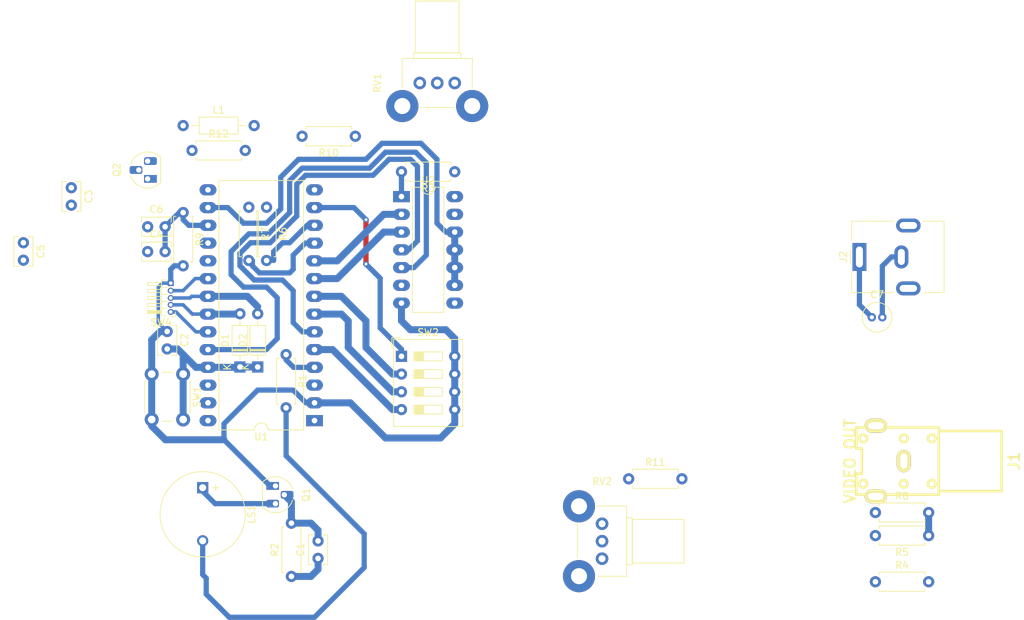
<source format=kicad_pcb>
(kicad_pcb (version 20171130) (host pcbnew "(5.1.2)-2")

  (general
    (thickness 1.6)
    (drawings 0)
    (tracks 192)
    (zones 0)
    (modules 34)
    (nets 38)
  )

  (page A4)
  (layers
    (0 F.Cu signal)
    (31 B.Cu signal)
    (32 B.Adhes user)
    (33 F.Adhes user)
    (34 B.Paste user)
    (35 F.Paste user)
    (36 B.SilkS user)
    (37 F.SilkS user)
    (38 B.Mask user)
    (39 F.Mask user)
    (40 Dwgs.User user)
    (41 Cmts.User user)
    (42 Eco1.User user)
    (43 Eco2.User user)
    (44 Edge.Cuts user)
    (45 Margin user)
    (46 B.CrtYd user)
    (47 F.CrtYd user)
    (48 B.Fab user)
    (49 F.Fab user)
  )

  (setup
    (last_trace_width 0.75)
    (user_trace_width 0.5)
    (user_trace_width 0.75)
    (user_trace_width 1)
    (trace_clearance 0.2)
    (zone_clearance 0.508)
    (zone_45_only no)
    (trace_min 0.2)
    (via_size 0.8)
    (via_drill 0.4)
    (via_min_size 0.4)
    (via_min_drill 0.3)
    (uvia_size 0.3)
    (uvia_drill 0.1)
    (uvias_allowed no)
    (uvia_min_size 0.2)
    (uvia_min_drill 0.1)
    (edge_width 0.05)
    (segment_width 0.2)
    (pcb_text_width 0.3)
    (pcb_text_size 1.5 1.5)
    (mod_edge_width 0.12)
    (mod_text_size 1 1)
    (mod_text_width 0.15)
    (pad_size 1.524 1.524)
    (pad_drill 0.762)
    (pad_to_mask_clearance 0.051)
    (solder_mask_min_width 0.25)
    (aux_axis_origin 0 0)
    (visible_elements FFFFFF7F)
    (pcbplotparams
      (layerselection 0x010fc_ffffffff)
      (usegerberextensions false)
      (usegerberattributes false)
      (usegerberadvancedattributes false)
      (creategerberjobfile false)
      (excludeedgelayer true)
      (linewidth 0.100000)
      (plotframeref false)
      (viasonmask false)
      (mode 1)
      (useauxorigin false)
      (hpglpennumber 1)
      (hpglpenspeed 20)
      (hpglpendiameter 15.000000)
      (psnegative false)
      (psa4output false)
      (plotreference true)
      (plotvalue true)
      (plotinvisibletext false)
      (padsonsilk false)
      (subtractmaskfromsilk false)
      (outputformat 1)
      (mirror false)
      (drillshape 1)
      (scaleselection 1)
      (outputdirectory ""))
  )

  (net 0 "")
  (net 1 "Net-(C1-Pad2)")
  (net 2 "Net-(C1-Pad1)")
  (net 3 GND)
  (net 4 "Net-(C2-Pad2)")
  (net 5 "Net-(C3-Pad1)")
  (net 6 "Net-(C4-Pad2)")
  (net 7 "Net-(C4-Pad1)")
  (net 8 "Net-(C5-Pad1)")
  (net 9 "Net-(C6-Pad1)")
  (net 10 VCC)
  (net 11 "Net-(D1-Pad2)")
  (net 12 "Net-(D2-Pad2)")
  (net 13 "Net-(J1-Pad1)")
  (net 14 "Net-(LS1-Pad1)")
  (net 15 "Net-(LS1-Pad2)")
  (net 16 "Net-(R3-Pad1)")
  (net 17 "Net-(R3-Pad2)")
  (net 18 "Net-(R4-Pad1)")
  (net 19 "Net-(R6-Pad2)")
  (net 20 "Net-(R7-Pad2)")
  (net 21 "Net-(R10-Pad1)")
  (net 22 "Net-(R11-Pad1)")
  (net 23 "Net-(SW2-Pad3)")
  (net 24 "Net-(SW2-Pad2)")
  (net 25 "Net-(SW2-Pad1)")
  (net 26 "Net-(SW4-Pad2)")
  (net 27 "Net-(SW4-Pad5)")
  (net 28 "Net-(U1-Pad16)")
  (net 29 "Net-(U1-Pad18)")
  (net 30 "Net-(U1-Pad19)")
  (net 31 "Net-(U1-Pad6)")
  (net 32 "Net-(U1-Pad9)")
  (net 33 "Net-(U1-Pad10)")
  (net 34 "Net-(U1-Pad24)")
  (net 35 "Net-(U1-Pad26)")
  (net 36 "Net-(U1-Pad27)")
  (net 37 "Net-(SW2-Pad4)")

  (net_class Default "Esta es la clase de red por defecto."
    (clearance 0.2)
    (trace_width 0.25)
    (via_dia 0.8)
    (via_drill 0.4)
    (uvia_dia 0.3)
    (uvia_drill 0.1)
    (add_net GND)
    (add_net "Net-(C1-Pad1)")
    (add_net "Net-(C1-Pad2)")
    (add_net "Net-(C2-Pad2)")
    (add_net "Net-(C3-Pad1)")
    (add_net "Net-(C4-Pad1)")
    (add_net "Net-(C4-Pad2)")
    (add_net "Net-(C5-Pad1)")
    (add_net "Net-(C6-Pad1)")
    (add_net "Net-(D1-Pad2)")
    (add_net "Net-(D2-Pad2)")
    (add_net "Net-(J1-Pad1)")
    (add_net "Net-(LS1-Pad1)")
    (add_net "Net-(LS1-Pad2)")
    (add_net "Net-(R10-Pad1)")
    (add_net "Net-(R11-Pad1)")
    (add_net "Net-(R3-Pad1)")
    (add_net "Net-(R3-Pad2)")
    (add_net "Net-(R4-Pad1)")
    (add_net "Net-(R6-Pad2)")
    (add_net "Net-(R7-Pad2)")
    (add_net "Net-(SW2-Pad1)")
    (add_net "Net-(SW2-Pad2)")
    (add_net "Net-(SW2-Pad3)")
    (add_net "Net-(SW2-Pad4)")
    (add_net "Net-(SW4-Pad2)")
    (add_net "Net-(SW4-Pad5)")
    (add_net "Net-(U1-Pad10)")
    (add_net "Net-(U1-Pad16)")
    (add_net "Net-(U1-Pad18)")
    (add_net "Net-(U1-Pad19)")
    (add_net "Net-(U1-Pad24)")
    (add_net "Net-(U1-Pad26)")
    (add_net "Net-(U1-Pad27)")
    (add_net "Net-(U1-Pad6)")
    (add_net "Net-(U1-Pad9)")
    (add_net VCC)
  )

  (module Package_TO_SOT_THT:TO-92_HandSolder (layer F.Cu) (tedit 5A282C46) (tstamp 5D1A6C51)
    (at 63.246 51.054 90)
    (descr "TO-92 leads molded, narrow, drill 0.75mm, handsoldering variant with enlarged pads (see NXP sot054_po.pdf)")
    (tags "to-92 sc-43 sc-43a sot54 PA33 transistor")
    (path /5D20467B)
    (fp_text reference Q2 (at 1.27 -4.4 270) (layer F.SilkS)
      (effects (font (size 1 1) (thickness 0.15)))
    )
    (fp_text value 2N3904 (at 1.27 2.79 270) (layer F.Fab)
      (effects (font (size 1 1) (thickness 0.15)))
    )
    (fp_text user %R (at 1.27 -4.4 270) (layer F.Fab)
      (effects (font (size 1 1) (thickness 0.15)))
    )
    (fp_line (start -0.53 1.85) (end 3.07 1.85) (layer F.SilkS) (width 0.12))
    (fp_line (start -0.5 1.75) (end 3 1.75) (layer F.Fab) (width 0.1))
    (fp_line (start -1.46 -3.05) (end 4 -3.05) (layer F.CrtYd) (width 0.05))
    (fp_line (start -1.45 -3.05) (end -1.46 2.01) (layer F.CrtYd) (width 0.05))
    (fp_line (start 4 2.01) (end 4 -3.05) (layer F.CrtYd) (width 0.05))
    (fp_line (start 4 2.01) (end -1.46 2.01) (layer F.CrtYd) (width 0.05))
    (fp_arc (start 1.27 0) (end 1.27 -2.48) (angle 135) (layer F.Fab) (width 0.1))
    (fp_arc (start 1.27 0) (end 0.45 -2.45) (angle -116.9632683) (layer F.SilkS) (width 0.12))
    (fp_arc (start 1.27 0) (end 1.27 -2.48) (angle -135) (layer F.Fab) (width 0.1))
    (fp_arc (start 1.27 0) (end 2.05 -2.45) (angle 117.6433766) (layer F.SilkS) (width 0.12))
    (pad 2 thru_hole roundrect (at 1.27 -1.27 90) (size 1.1 1.8) (drill 0.75 (offset 0 -0.4)) (layers *.Cu *.Mask) (roundrect_rratio 0.25)
      (net 7 "Net-(C4-Pad1)"))
    (pad 3 thru_hole roundrect (at 2.54 0 90) (size 1.1 1.8) (drill 0.75 (offset 0 0.4)) (layers *.Cu *.Mask) (roundrect_rratio 0.25)
      (net 10 VCC))
    (pad 1 thru_hole rect (at 0 0 90) (size 1.1 1.8) (drill 0.75 (offset 0 0.4)) (layers *.Cu *.Mask)
      (net 6 "Net-(C4-Pad2)"))
    (model ${KISYS3DMOD}/Package_TO_SOT_THT.3dshapes/TO-92.wrl
      (at (xyz 0 0 0))
      (scale (xyz 1 1 1))
      (rotate (xyz 0 0 0))
    )
  )

  (module Resistor_THT:R_Axial_DIN0207_L6.3mm_D2.5mm_P7.62mm_Horizontal (layer F.Cu) (tedit 5AE5139B) (tstamp 5D1A1F01)
    (at 68.326 55.88 270)
    (descr "Resistor, Axial_DIN0207 series, Axial, Horizontal, pin pitch=7.62mm, 0.25W = 1/4W, length*diameter=6.3*2.5mm^2, http://cdn-reichelt.de/documents/datenblatt/B400/1_4W%23YAG.pdf")
    (tags "Resistor Axial_DIN0207 series Axial Horizontal pin pitch 7.62mm 0.25W = 1/4W length 6.3mm diameter 2.5mm")
    (path /5D2154D0)
    (fp_text reference R9 (at 3.81 -2.37 90) (layer F.SilkS)
      (effects (font (size 1 1) (thickness 0.15)))
    )
    (fp_text value 1K (at 3.81 2.37 90) (layer F.Fab)
      (effects (font (size 1 1) (thickness 0.15)))
    )
    (fp_line (start 0.66 -1.25) (end 0.66 1.25) (layer F.Fab) (width 0.1))
    (fp_line (start 0.66 1.25) (end 6.96 1.25) (layer F.Fab) (width 0.1))
    (fp_line (start 6.96 1.25) (end 6.96 -1.25) (layer F.Fab) (width 0.1))
    (fp_line (start 6.96 -1.25) (end 0.66 -1.25) (layer F.Fab) (width 0.1))
    (fp_line (start 0 0) (end 0.66 0) (layer F.Fab) (width 0.1))
    (fp_line (start 7.62 0) (end 6.96 0) (layer F.Fab) (width 0.1))
    (fp_line (start 0.54 -1.04) (end 0.54 -1.37) (layer F.SilkS) (width 0.12))
    (fp_line (start 0.54 -1.37) (end 7.08 -1.37) (layer F.SilkS) (width 0.12))
    (fp_line (start 7.08 -1.37) (end 7.08 -1.04) (layer F.SilkS) (width 0.12))
    (fp_line (start 0.54 1.04) (end 0.54 1.37) (layer F.SilkS) (width 0.12))
    (fp_line (start 0.54 1.37) (end 7.08 1.37) (layer F.SilkS) (width 0.12))
    (fp_line (start 7.08 1.37) (end 7.08 1.04) (layer F.SilkS) (width 0.12))
    (fp_line (start -1.05 -1.5) (end -1.05 1.5) (layer F.CrtYd) (width 0.05))
    (fp_line (start -1.05 1.5) (end 8.67 1.5) (layer F.CrtYd) (width 0.05))
    (fp_line (start 8.67 1.5) (end 8.67 -1.5) (layer F.CrtYd) (width 0.05))
    (fp_line (start 8.67 -1.5) (end -1.05 -1.5) (layer F.CrtYd) (width 0.05))
    (fp_text user %R (at 3.81 0 90) (layer F.Fab)
      (effects (font (size 1 1) (thickness 0.15)))
    )
    (pad 1 thru_hole circle (at 0 0 270) (size 1.6 1.6) (drill 0.8) (layers *.Cu *.Mask)
      (net 6 "Net-(C4-Pad2)"))
    (pad 2 thru_hole oval (at 7.62 0 270) (size 1.6 1.6) (drill 0.8) (layers *.Cu *.Mask)
      (net 3 GND))
    (model ${KISYS3DMOD}/Resistor_THT.3dshapes/R_Axial_DIN0207_L6.3mm_D2.5mm_P7.62mm_Horizontal.wrl
      (at (xyz 0 0 0))
      (scale (xyz 1 1 1))
      (rotate (xyz 0 0 0))
    )
  )

  (module Connector_PinHeader_1.00mm:PinHeader_1x05_P1.00mm_Horizontal (layer F.Cu) (tedit 5D197DC4) (tstamp 5D1A6F2F)
    (at 66.548 70.104 180)
    (descr "Through hole angled pin header, 1x05, 1.00mm pitch, 2.0mm pin length, single row")
    (tags "Through hole angled pin header THT 1x05 1.00mm single row")
    (path /5D1C724C)
    (fp_text reference SW4 (at 1.375 -1.5) (layer F.SilkS)
      (effects (font (size 1 1) (thickness 0.15)))
    )
    (fp_text value "GAME SELECT" (at 1.375 5.5) (layer F.Fab)
      (effects (font (size 1 1) (thickness 0.15)))
    )
    (fp_line (start 0.5 -0.5) (end 1.25 -0.5) (layer F.Fab) (width 0.1))
    (fp_line (start 1.25 -0.5) (end 1.25 4.5) (layer F.Fab) (width 0.1))
    (fp_line (start 1.25 4.5) (end 0.25 4.5) (layer F.Fab) (width 0.1))
    (fp_line (start 0.25 4.5) (end 0.25 -0.25) (layer F.Fab) (width 0.1))
    (fp_line (start 0.25 -0.25) (end 0.5 -0.5) (layer F.Fab) (width 0.1))
    (fp_line (start -0.15 -0.15) (end 0.25 -0.15) (layer F.Fab) (width 0.1))
    (fp_line (start -0.15 -0.15) (end -0.15 0.15) (layer F.Fab) (width 0.1))
    (fp_line (start -0.15 0.15) (end 0.25 0.15) (layer F.Fab) (width 0.1))
    (fp_line (start 1.25 -0.15) (end 3.25 -0.15) (layer F.Fab) (width 0.1))
    (fp_line (start 3.25 -0.15) (end 3.25 0.15) (layer F.Fab) (width 0.1))
    (fp_line (start 1.25 0.15) (end 3.25 0.15) (layer F.Fab) (width 0.1))
    (fp_line (start -0.15 0.85) (end 0.25 0.85) (layer F.Fab) (width 0.1))
    (fp_line (start -0.15 0.85) (end -0.15 1.15) (layer F.Fab) (width 0.1))
    (fp_line (start -0.15 1.15) (end 0.25 1.15) (layer F.Fab) (width 0.1))
    (fp_line (start 1.25 0.85) (end 3.25 0.85) (layer F.Fab) (width 0.1))
    (fp_line (start 3.25 0.85) (end 3.25 1.15) (layer F.Fab) (width 0.1))
    (fp_line (start 1.25 1.15) (end 3.25 1.15) (layer F.Fab) (width 0.1))
    (fp_line (start -0.15 1.85) (end 0.25 1.85) (layer F.Fab) (width 0.1))
    (fp_line (start -0.15 1.85) (end -0.15 2.15) (layer F.Fab) (width 0.1))
    (fp_line (start -0.15 2.15) (end 0.25 2.15) (layer F.Fab) (width 0.1))
    (fp_line (start 1.25 1.85) (end 3.25 1.85) (layer F.Fab) (width 0.1))
    (fp_line (start 3.25 1.85) (end 3.25 2.15) (layer F.Fab) (width 0.1))
    (fp_line (start 1.25 2.15) (end 3.25 2.15) (layer F.Fab) (width 0.1))
    (fp_line (start -0.15 2.85) (end 0.25 2.85) (layer F.Fab) (width 0.1))
    (fp_line (start -0.15 2.85) (end -0.15 3.15) (layer F.Fab) (width 0.1))
    (fp_line (start -0.15 3.15) (end 0.25 3.15) (layer F.Fab) (width 0.1))
    (fp_line (start 1.25 2.85) (end 3.25 2.85) (layer F.Fab) (width 0.1))
    (fp_line (start 3.25 2.85) (end 3.25 3.15) (layer F.Fab) (width 0.1))
    (fp_line (start 1.25 3.15) (end 3.25 3.15) (layer F.Fab) (width 0.1))
    (fp_line (start -0.15 3.85) (end 0.25 3.85) (layer F.Fab) (width 0.1))
    (fp_line (start -0.15 3.85) (end -0.15 4.15) (layer F.Fab) (width 0.1))
    (fp_line (start -0.15 4.15) (end 0.25 4.15) (layer F.Fab) (width 0.1))
    (fp_line (start 1.25 3.85) (end 3.25 3.85) (layer F.Fab) (width 0.1))
    (fp_line (start 3.25 3.85) (end 3.25 4.15) (layer F.Fab) (width 0.1))
    (fp_line (start 1.25 4.15) (end 3.25 4.15) (layer F.Fab) (width 0.1))
    (fp_line (start 0.685 -0.56) (end 1.31 -0.56) (layer F.SilkS) (width 0.12))
    (fp_line (start 1.31 -0.56) (end 1.31 4.56) (layer F.SilkS) (width 0.12))
    (fp_line (start 1.31 4.56) (end 0.394493 4.56) (layer F.SilkS) (width 0.12))
    (fp_line (start 1.31 -0.21) (end 3.31 -0.21) (layer F.SilkS) (width 0.12))
    (fp_line (start 3.31 -0.21) (end 3.31 0.21) (layer F.SilkS) (width 0.12))
    (fp_line (start 3.31 0.21) (end 1.31 0.21) (layer F.SilkS) (width 0.12))
    (fp_line (start 1.31 -0.15) (end 3.31 -0.15) (layer F.SilkS) (width 0.12))
    (fp_line (start 1.31 -0.03) (end 3.31 -0.03) (layer F.SilkS) (width 0.12))
    (fp_line (start 1.31 0.09) (end 3.31 0.09) (layer F.SilkS) (width 0.12))
    (fp_line (start 0.685 0.5) (end 1.31 0.5) (layer F.SilkS) (width 0.12))
    (fp_line (start 1.31 0.79) (end 3.31 0.79) (layer F.SilkS) (width 0.12))
    (fp_line (start 3.31 0.79) (end 3.31 1.21) (layer F.SilkS) (width 0.12))
    (fp_line (start 3.31 1.21) (end 1.31 1.21) (layer F.SilkS) (width 0.12))
    (fp_line (start 0.468215 1.5) (end 1.31 1.5) (layer F.SilkS) (width 0.12))
    (fp_line (start 1.31 1.79) (end 3.31 1.79) (layer F.SilkS) (width 0.12))
    (fp_line (start 3.31 1.79) (end 3.31 2.21) (layer F.SilkS) (width 0.12))
    (fp_line (start 3.31 2.21) (end 1.31 2.21) (layer F.SilkS) (width 0.12))
    (fp_line (start 0.468215 2.5) (end 1.31 2.5) (layer F.SilkS) (width 0.12))
    (fp_line (start 1.31 2.79) (end 3.31 2.79) (layer F.SilkS) (width 0.12))
    (fp_line (start 3.31 2.79) (end 3.31 3.21) (layer F.SilkS) (width 0.12))
    (fp_line (start 3.31 3.21) (end 1.31 3.21) (layer F.SilkS) (width 0.12))
    (fp_line (start 0.468215 3.5) (end 1.31 3.5) (layer F.SilkS) (width 0.12))
    (fp_line (start 1.31 3.79) (end 3.31 3.79) (layer F.SilkS) (width 0.12))
    (fp_line (start 3.31 3.79) (end 3.31 4.21) (layer F.SilkS) (width 0.12))
    (fp_line (start 3.31 4.21) (end 1.31 4.21) (layer F.SilkS) (width 0.12))
    (fp_line (start -0.685 0) (end -0.685 -0.685) (layer F.SilkS) (width 0.12))
    (fp_line (start -0.685 -0.685) (end 0 -0.685) (layer F.SilkS) (width 0.12))
    (fp_line (start -1 -1) (end -1 5) (layer F.CrtYd) (width 0.05))
    (fp_line (start -1 5) (end 3.75 5) (layer F.CrtYd) (width 0.05))
    (fp_line (start 3.75 5) (end 3.75 -1) (layer F.CrtYd) (width 0.05))
    (fp_line (start 3.75 -1) (end -1 -1) (layer F.CrtYd) (width 0.05))
    (fp_text user %R (at 0.75 2 90) (layer F.Fab)
      (effects (font (size 0.6 0.6) (thickness 0.09)))
    )
    (pad 1 thru_hole rect (at 0 4.1275 180) (size 0.85 0.85) (drill 0.5) (layers *.Cu *.Mask)
      (net 3 GND))
    (pad 2 thru_hole oval (at 0 3.048 180) (size 0.85 0.85) (drill 0.5) (layers *.Cu *.Mask)
      (net 26 "Net-(SW4-Pad2)"))
    (pad 3 thru_hole oval (at 0 2 180) (size 0.85 0.85) (drill 0.5) (layers *.Cu *.Mask)
      (net 12 "Net-(D2-Pad2)"))
    (pad 4 thru_hole oval (at 0 1.016 180) (size 0.85 0.85) (drill 0.5) (layers *.Cu *.Mask)
      (net 11 "Net-(D1-Pad2)"))
    (pad 5 thru_hole oval (at 0 0 180) (size 0.85 0.85) (drill 0.5) (layers *.Cu *.Mask)
      (net 27 "Net-(SW4-Pad5)"))
    (model ${KISYS3DMOD}/Connector_PinHeader_1.00mm.3dshapes/PinHeader_1x05_P1.00mm_Horizontal.wrl
      (at (xyz 0 0 0))
      (scale (xyz 1 1 1))
      (rotate (xyz 0 0 0))
    )
  )

  (module Capacitor_THT:C_Rect_L4.0mm_W2.5mm_P2.50mm (layer F.Cu) (tedit 5AE50EF0) (tstamp 5D1A8431)
    (at 87.63 105.37 90)
    (descr "C, Rect series, Radial, pin pitch=2.50mm, , length*width=4*2.5mm^2, Capacitor")
    (tags "C Rect series Radial pin pitch 2.50mm  length 4mm width 2.5mm Capacitor")
    (path /5D1CC3AF)
    (fp_text reference C1 (at 1.25 -2.5 90) (layer F.SilkS)
      (effects (font (size 1 1) (thickness 0.15)))
    )
    (fp_text value 0.2uF (at 1.25 2.5 90) (layer F.Fab)
      (effects (font (size 1 1) (thickness 0.15)))
    )
    (fp_text user %R (at 1.25 0 90) (layer F.Fab)
      (effects (font (size 0.8 0.8) (thickness 0.12)))
    )
    (fp_line (start 3.55 -1.5) (end -1.05 -1.5) (layer F.CrtYd) (width 0.05))
    (fp_line (start 3.55 1.5) (end 3.55 -1.5) (layer F.CrtYd) (width 0.05))
    (fp_line (start -1.05 1.5) (end 3.55 1.5) (layer F.CrtYd) (width 0.05))
    (fp_line (start -1.05 -1.5) (end -1.05 1.5) (layer F.CrtYd) (width 0.05))
    (fp_line (start 3.37 0.665) (end 3.37 1.37) (layer F.SilkS) (width 0.12))
    (fp_line (start 3.37 -1.37) (end 3.37 -0.665) (layer F.SilkS) (width 0.12))
    (fp_line (start -0.87 0.665) (end -0.87 1.37) (layer F.SilkS) (width 0.12))
    (fp_line (start -0.87 -1.37) (end -0.87 -0.665) (layer F.SilkS) (width 0.12))
    (fp_line (start -0.87 1.37) (end 3.37 1.37) (layer F.SilkS) (width 0.12))
    (fp_line (start -0.87 -1.37) (end 3.37 -1.37) (layer F.SilkS) (width 0.12))
    (fp_line (start 3.25 -1.25) (end -0.75 -1.25) (layer F.Fab) (width 0.1))
    (fp_line (start 3.25 1.25) (end 3.25 -1.25) (layer F.Fab) (width 0.1))
    (fp_line (start -0.75 1.25) (end 3.25 1.25) (layer F.Fab) (width 0.1))
    (fp_line (start -0.75 -1.25) (end -0.75 1.25) (layer F.Fab) (width 0.1))
    (pad 2 thru_hole circle (at 2.5 0 90) (size 1.6 1.6) (drill 0.8) (layers *.Cu *.Mask)
      (net 1 "Net-(C1-Pad2)"))
    (pad 1 thru_hole circle (at 0 0 90) (size 1.6 1.6) (drill 0.8) (layers *.Cu *.Mask)
      (net 2 "Net-(C1-Pad1)"))
    (model ${KISYS3DMOD}/Capacitor_THT.3dshapes/C_Rect_L4.0mm_W2.5mm_P2.50mm.wrl
      (at (xyz 0 0 0))
      (scale (xyz 1 1 1))
      (rotate (xyz 0 0 0))
    )
  )

  (module Capacitor_THT:C_Rect_L4.0mm_W2.5mm_P2.50mm (layer F.Cu) (tedit 5AE50EF0) (tstamp 5D1A96BD)
    (at 66.04 72.898 270)
    (descr "C, Rect series, Radial, pin pitch=2.50mm, , length*width=4*2.5mm^2, Capacitor")
    (tags "C Rect series Radial pin pitch 2.50mm  length 4mm width 2.5mm Capacitor")
    (path /5D1E394F)
    (fp_text reference C2 (at 1.25 -2.5 270) (layer F.SilkS)
      (effects (font (size 1 1) (thickness 0.15)))
    )
    (fp_text value 0.1uF (at 1.25 2.5 270) (layer F.Fab)
      (effects (font (size 1 1) (thickness 0.15)))
    )
    (fp_line (start -0.75 -1.25) (end -0.75 1.25) (layer F.Fab) (width 0.1))
    (fp_line (start -0.75 1.25) (end 3.25 1.25) (layer F.Fab) (width 0.1))
    (fp_line (start 3.25 1.25) (end 3.25 -1.25) (layer F.Fab) (width 0.1))
    (fp_line (start 3.25 -1.25) (end -0.75 -1.25) (layer F.Fab) (width 0.1))
    (fp_line (start -0.87 -1.37) (end 3.37 -1.37) (layer F.SilkS) (width 0.12))
    (fp_line (start -0.87 1.37) (end 3.37 1.37) (layer F.SilkS) (width 0.12))
    (fp_line (start -0.87 -1.37) (end -0.87 -0.665) (layer F.SilkS) (width 0.12))
    (fp_line (start -0.87 0.665) (end -0.87 1.37) (layer F.SilkS) (width 0.12))
    (fp_line (start 3.37 -1.37) (end 3.37 -0.665) (layer F.SilkS) (width 0.12))
    (fp_line (start 3.37 0.665) (end 3.37 1.37) (layer F.SilkS) (width 0.12))
    (fp_line (start -1.05 -1.5) (end -1.05 1.5) (layer F.CrtYd) (width 0.05))
    (fp_line (start -1.05 1.5) (end 3.55 1.5) (layer F.CrtYd) (width 0.05))
    (fp_line (start 3.55 1.5) (end 3.55 -1.5) (layer F.CrtYd) (width 0.05))
    (fp_line (start 3.55 -1.5) (end -1.05 -1.5) (layer F.CrtYd) (width 0.05))
    (fp_text user %R (at 1.25 0 270) (layer F.Fab)
      (effects (font (size 0.8 0.8) (thickness 0.12)))
    )
    (pad 1 thru_hole circle (at 0 0 270) (size 1.6 1.6) (drill 0.8) (layers *.Cu *.Mask)
      (net 3 GND))
    (pad 2 thru_hole circle (at 2.5 0 270) (size 1.6 1.6) (drill 0.8) (layers *.Cu *.Mask)
      (net 4 "Net-(C2-Pad2)"))
    (model ${KISYS3DMOD}/Capacitor_THT.3dshapes/C_Rect_L4.0mm_W2.5mm_P2.50mm.wrl
      (at (xyz 0 0 0))
      (scale (xyz 1 1 1))
      (rotate (xyz 0 0 0))
    )
  )

  (module Capacitor_THT:C_Rect_L4.0mm_W2.5mm_P2.50mm (layer F.Cu) (tedit 5AE50EF0) (tstamp 5D1A1D28)
    (at 52.324 52.324 270)
    (descr "C, Rect series, Radial, pin pitch=2.50mm, , length*width=4*2.5mm^2, Capacitor")
    (tags "C Rect series Radial pin pitch 2.50mm  length 4mm width 2.5mm Capacitor")
    (path /5D21CB1E)
    (fp_text reference C3 (at 1.25 -2.5 270) (layer F.SilkS)
      (effects (font (size 1 1) (thickness 0.15)))
    )
    (fp_text value 0.1uF (at 1.25 2.5 270) (layer F.Fab)
      (effects (font (size 1 1) (thickness 0.15)))
    )
    (fp_line (start -0.75 -1.25) (end -0.75 1.25) (layer F.Fab) (width 0.1))
    (fp_line (start -0.75 1.25) (end 3.25 1.25) (layer F.Fab) (width 0.1))
    (fp_line (start 3.25 1.25) (end 3.25 -1.25) (layer F.Fab) (width 0.1))
    (fp_line (start 3.25 -1.25) (end -0.75 -1.25) (layer F.Fab) (width 0.1))
    (fp_line (start -0.87 -1.37) (end 3.37 -1.37) (layer F.SilkS) (width 0.12))
    (fp_line (start -0.87 1.37) (end 3.37 1.37) (layer F.SilkS) (width 0.12))
    (fp_line (start -0.87 -1.37) (end -0.87 -0.665) (layer F.SilkS) (width 0.12))
    (fp_line (start -0.87 0.665) (end -0.87 1.37) (layer F.SilkS) (width 0.12))
    (fp_line (start 3.37 -1.37) (end 3.37 -0.665) (layer F.SilkS) (width 0.12))
    (fp_line (start 3.37 0.665) (end 3.37 1.37) (layer F.SilkS) (width 0.12))
    (fp_line (start -1.05 -1.5) (end -1.05 1.5) (layer F.CrtYd) (width 0.05))
    (fp_line (start -1.05 1.5) (end 3.55 1.5) (layer F.CrtYd) (width 0.05))
    (fp_line (start 3.55 1.5) (end 3.55 -1.5) (layer F.CrtYd) (width 0.05))
    (fp_line (start 3.55 -1.5) (end -1.05 -1.5) (layer F.CrtYd) (width 0.05))
    (fp_text user %R (at 1.25 0 270) (layer F.Fab)
      (effects (font (size 0.8 0.8) (thickness 0.12)))
    )
    (pad 1 thru_hole circle (at 0 0 270) (size 1.6 1.6) (drill 0.8) (layers *.Cu *.Mask)
      (net 5 "Net-(C3-Pad1)"))
    (pad 2 thru_hole circle (at 2.5 0 270) (size 1.6 1.6) (drill 0.8) (layers *.Cu *.Mask)
      (net 3 GND))
    (model ${KISYS3DMOD}/Capacitor_THT.3dshapes/C_Rect_L4.0mm_W2.5mm_P2.50mm.wrl
      (at (xyz 0 0 0))
      (scale (xyz 1 1 1))
      (rotate (xyz 0 0 0))
    )
  )

  (module Capacitor_THT:C_Rect_L4.0mm_W2.5mm_P2.50mm (layer F.Cu) (tedit 5AE50EF0) (tstamp 5D1A1D3D)
    (at 63.246 61.468)
    (descr "C, Rect series, Radial, pin pitch=2.50mm, , length*width=4*2.5mm^2, Capacitor")
    (tags "C Rect series Radial pin pitch 2.50mm  length 4mm width 2.5mm Capacitor")
    (path /5D204C1D)
    (fp_text reference C4 (at 1.25 -2.5) (layer F.SilkS)
      (effects (font (size 1 1) (thickness 0.15)))
    )
    (fp_text value 75pF (at 1.25 2.5) (layer F.Fab)
      (effects (font (size 1 1) (thickness 0.15)))
    )
    (fp_text user %R (at 1.25 0) (layer F.Fab)
      (effects (font (size 0.8 0.8) (thickness 0.12)))
    )
    (fp_line (start 3.55 -1.5) (end -1.05 -1.5) (layer F.CrtYd) (width 0.05))
    (fp_line (start 3.55 1.5) (end 3.55 -1.5) (layer F.CrtYd) (width 0.05))
    (fp_line (start -1.05 1.5) (end 3.55 1.5) (layer F.CrtYd) (width 0.05))
    (fp_line (start -1.05 -1.5) (end -1.05 1.5) (layer F.CrtYd) (width 0.05))
    (fp_line (start 3.37 0.665) (end 3.37 1.37) (layer F.SilkS) (width 0.12))
    (fp_line (start 3.37 -1.37) (end 3.37 -0.665) (layer F.SilkS) (width 0.12))
    (fp_line (start -0.87 0.665) (end -0.87 1.37) (layer F.SilkS) (width 0.12))
    (fp_line (start -0.87 -1.37) (end -0.87 -0.665) (layer F.SilkS) (width 0.12))
    (fp_line (start -0.87 1.37) (end 3.37 1.37) (layer F.SilkS) (width 0.12))
    (fp_line (start -0.87 -1.37) (end 3.37 -1.37) (layer F.SilkS) (width 0.12))
    (fp_line (start 3.25 -1.25) (end -0.75 -1.25) (layer F.Fab) (width 0.1))
    (fp_line (start 3.25 1.25) (end 3.25 -1.25) (layer F.Fab) (width 0.1))
    (fp_line (start -0.75 1.25) (end 3.25 1.25) (layer F.Fab) (width 0.1))
    (fp_line (start -0.75 -1.25) (end -0.75 1.25) (layer F.Fab) (width 0.1))
    (pad 2 thru_hole circle (at 2.5 0) (size 1.6 1.6) (drill 0.8) (layers *.Cu *.Mask)
      (net 6 "Net-(C4-Pad2)"))
    (pad 1 thru_hole circle (at 0 0) (size 1.6 1.6) (drill 0.8) (layers *.Cu *.Mask)
      (net 7 "Net-(C4-Pad1)"))
    (model ${KISYS3DMOD}/Capacitor_THT.3dshapes/C_Rect_L4.0mm_W2.5mm_P2.50mm.wrl
      (at (xyz 0 0 0))
      (scale (xyz 1 1 1))
      (rotate (xyz 0 0 0))
    )
  )

  (module Capacitor_THT:C_Rect_L4.0mm_W2.5mm_P2.50mm (layer F.Cu) (tedit 5AE50EF0) (tstamp 5D1A1D52)
    (at 45.466 60.198 270)
    (descr "C, Rect series, Radial, pin pitch=2.50mm, , length*width=4*2.5mm^2, Capacitor")
    (tags "C Rect series Radial pin pitch 2.50mm  length 4mm width 2.5mm Capacitor")
    (path /5D21BFC4)
    (fp_text reference C5 (at 1.25 -2.5 270) (layer F.SilkS)
      (effects (font (size 1 1) (thickness 0.15)))
    )
    (fp_text value 0.1uF (at 1.25 2.5 270) (layer F.Fab)
      (effects (font (size 1 1) (thickness 0.15)))
    )
    (fp_text user %R (at 1.25 0 270) (layer F.Fab)
      (effects (font (size 0.8 0.8) (thickness 0.12)))
    )
    (fp_line (start 3.55 -1.5) (end -1.05 -1.5) (layer F.CrtYd) (width 0.05))
    (fp_line (start 3.55 1.5) (end 3.55 -1.5) (layer F.CrtYd) (width 0.05))
    (fp_line (start -1.05 1.5) (end 3.55 1.5) (layer F.CrtYd) (width 0.05))
    (fp_line (start -1.05 -1.5) (end -1.05 1.5) (layer F.CrtYd) (width 0.05))
    (fp_line (start 3.37 0.665) (end 3.37 1.37) (layer F.SilkS) (width 0.12))
    (fp_line (start 3.37 -1.37) (end 3.37 -0.665) (layer F.SilkS) (width 0.12))
    (fp_line (start -0.87 0.665) (end -0.87 1.37) (layer F.SilkS) (width 0.12))
    (fp_line (start -0.87 -1.37) (end -0.87 -0.665) (layer F.SilkS) (width 0.12))
    (fp_line (start -0.87 1.37) (end 3.37 1.37) (layer F.SilkS) (width 0.12))
    (fp_line (start -0.87 -1.37) (end 3.37 -1.37) (layer F.SilkS) (width 0.12))
    (fp_line (start 3.25 -1.25) (end -0.75 -1.25) (layer F.Fab) (width 0.1))
    (fp_line (start 3.25 1.25) (end 3.25 -1.25) (layer F.Fab) (width 0.1))
    (fp_line (start -0.75 1.25) (end 3.25 1.25) (layer F.Fab) (width 0.1))
    (fp_line (start -0.75 -1.25) (end -0.75 1.25) (layer F.Fab) (width 0.1))
    (pad 2 thru_hole circle (at 2.5 0 270) (size 1.6 1.6) (drill 0.8) (layers *.Cu *.Mask)
      (net 3 GND))
    (pad 1 thru_hole circle (at 0 0 270) (size 1.6 1.6) (drill 0.8) (layers *.Cu *.Mask)
      (net 8 "Net-(C5-Pad1)"))
    (model ${KISYS3DMOD}/Capacitor_THT.3dshapes/C_Rect_L4.0mm_W2.5mm_P2.50mm.wrl
      (at (xyz 0 0 0))
      (scale (xyz 1 1 1))
      (rotate (xyz 0 0 0))
    )
  )

  (module Capacitor_THT:C_Rect_L4.0mm_W2.5mm_P2.50mm (layer F.Cu) (tedit 5AE50EF0) (tstamp 5D1A7F4F)
    (at 63.246 57.912)
    (descr "C, Rect series, Radial, pin pitch=2.50mm, , length*width=4*2.5mm^2, Capacitor")
    (tags "C Rect series Radial pin pitch 2.50mm  length 4mm width 2.5mm Capacitor")
    (path /5D204F36)
    (fp_text reference C6 (at 1.25 -2.5) (layer F.SilkS)
      (effects (font (size 1 1) (thickness 0.15)))
    )
    (fp_text value 75pF (at 1.25 2.5) (layer F.Fab)
      (effects (font (size 1 1) (thickness 0.15)))
    )
    (fp_line (start -0.75 -1.25) (end -0.75 1.25) (layer F.Fab) (width 0.1))
    (fp_line (start -0.75 1.25) (end 3.25 1.25) (layer F.Fab) (width 0.1))
    (fp_line (start 3.25 1.25) (end 3.25 -1.25) (layer F.Fab) (width 0.1))
    (fp_line (start 3.25 -1.25) (end -0.75 -1.25) (layer F.Fab) (width 0.1))
    (fp_line (start -0.87 -1.37) (end 3.37 -1.37) (layer F.SilkS) (width 0.12))
    (fp_line (start -0.87 1.37) (end 3.37 1.37) (layer F.SilkS) (width 0.12))
    (fp_line (start -0.87 -1.37) (end -0.87 -0.665) (layer F.SilkS) (width 0.12))
    (fp_line (start -0.87 0.665) (end -0.87 1.37) (layer F.SilkS) (width 0.12))
    (fp_line (start 3.37 -1.37) (end 3.37 -0.665) (layer F.SilkS) (width 0.12))
    (fp_line (start 3.37 0.665) (end 3.37 1.37) (layer F.SilkS) (width 0.12))
    (fp_line (start -1.05 -1.5) (end -1.05 1.5) (layer F.CrtYd) (width 0.05))
    (fp_line (start -1.05 1.5) (end 3.55 1.5) (layer F.CrtYd) (width 0.05))
    (fp_line (start 3.55 1.5) (end 3.55 -1.5) (layer F.CrtYd) (width 0.05))
    (fp_line (start 3.55 -1.5) (end -1.05 -1.5) (layer F.CrtYd) (width 0.05))
    (fp_text user %R (at 1.25 0) (layer F.Fab)
      (effects (font (size 0.8 0.8) (thickness 0.12)))
    )
    (pad 1 thru_hole circle (at 0 0) (size 1.6 1.6) (drill 0.8) (layers *.Cu *.Mask)
      (net 9 "Net-(C6-Pad1)"))
    (pad 2 thru_hole circle (at 2.5 0) (size 1.6 1.6) (drill 0.8) (layers *.Cu *.Mask)
      (net 6 "Net-(C4-Pad2)"))
    (model ${KISYS3DMOD}/Capacitor_THT.3dshapes/C_Rect_L4.0mm_W2.5mm_P2.50mm.wrl
      (at (xyz 0 0 0))
      (scale (xyz 1 1 1))
      (rotate (xyz 0 0 0))
    )
  )

  (module Capacitor_THT:C_Radial_D4.0mm_H5.0mm_P1.50mm (layer F.Cu) (tedit 5BC5C9B9) (tstamp 5D1A1D71)
    (at 166.878 70.866)
    (descr "C, Radial series, Radial, pin pitch=1.50mm, diameter=4mm, height=5mm, Non-Polar Electrolytic Capacitor")
    (tags "C Radial series Radial pin pitch 1.50mm diameter 4mm height 5mm Non-Polar Electrolytic Capacitor")
    (path /5D25A54C)
    (fp_text reference C7 (at 0.75 -3.25) (layer F.SilkS)
      (effects (font (size 1 1) (thickness 0.15)))
    )
    (fp_text value 10uF (at 0.75 3.25) (layer F.Fab)
      (effects (font (size 1 1) (thickness 0.15)))
    )
    (fp_circle (center 0.75 0) (end 2.75 0) (layer F.Fab) (width 0.1))
    (fp_circle (center 0.75 0) (end 2.87 0) (layer F.SilkS) (width 0.12))
    (fp_circle (center 0.75 0) (end 3 0) (layer F.CrtYd) (width 0.05))
    (fp_text user %R (at 0.75 0) (layer F.Fab)
      (effects (font (size 0.8 0.8) (thickness 0.12)))
    )
    (pad 1 thru_hole circle (at 0 0) (size 1.2 1.2) (drill 0.6) (layers *.Cu *.Mask)
      (net 10 VCC))
    (pad 2 thru_hole circle (at 1.5 0) (size 1.2 1.2) (drill 0.6) (layers *.Cu *.Mask)
      (net 3 GND))
    (model ${KISYS3DMOD}/Capacitor_THT.3dshapes/C_Radial_D4.0mm_H5.0mm_P1.50mm.wrl
      (at (xyz 0 0 0))
      (scale (xyz 1 1 1))
      (rotate (xyz 0 0 0))
    )
  )

  (module Diode_THT:D_DO-35_SOD27_P7.62mm_Horizontal (layer F.Cu) (tedit 5AE50CD5) (tstamp 5D1A9703)
    (at 76.454 77.978 90)
    (descr "Diode, DO-35_SOD27 series, Axial, Horizontal, pin pitch=7.62mm, , length*diameter=4*2mm^2, , http://www.diodes.com/_files/packages/DO-35.pdf")
    (tags "Diode DO-35_SOD27 series Axial Horizontal pin pitch 7.62mm  length 4mm diameter 2mm")
    (path /5D1ED37D)
    (fp_text reference D1 (at 3.81 -2.12 270) (layer F.SilkS)
      (effects (font (size 1 1) (thickness 0.15)))
    )
    (fp_text value D (at 3.81 2.12 270) (layer F.Fab)
      (effects (font (size 1 1) (thickness 0.15)))
    )
    (fp_text user K (at 0 -1.8 270) (layer F.SilkS)
      (effects (font (size 1 1) (thickness 0.15)))
    )
    (fp_text user K (at 0 -1.8 270) (layer F.Fab)
      (effects (font (size 1 1) (thickness 0.15)))
    )
    (fp_text user %R (at 4.11 0 270) (layer F.Fab)
      (effects (font (size 0.8 0.8) (thickness 0.12)))
    )
    (fp_line (start 8.67 -1.25) (end -1.05 -1.25) (layer F.CrtYd) (width 0.05))
    (fp_line (start 8.67 1.25) (end 8.67 -1.25) (layer F.CrtYd) (width 0.05))
    (fp_line (start -1.05 1.25) (end 8.67 1.25) (layer F.CrtYd) (width 0.05))
    (fp_line (start -1.05 -1.25) (end -1.05 1.25) (layer F.CrtYd) (width 0.05))
    (fp_line (start 2.29 -1.12) (end 2.29 1.12) (layer F.SilkS) (width 0.12))
    (fp_line (start 2.53 -1.12) (end 2.53 1.12) (layer F.SilkS) (width 0.12))
    (fp_line (start 2.41 -1.12) (end 2.41 1.12) (layer F.SilkS) (width 0.12))
    (fp_line (start 6.58 0) (end 5.93 0) (layer F.SilkS) (width 0.12))
    (fp_line (start 1.04 0) (end 1.69 0) (layer F.SilkS) (width 0.12))
    (fp_line (start 5.93 -1.12) (end 1.69 -1.12) (layer F.SilkS) (width 0.12))
    (fp_line (start 5.93 1.12) (end 5.93 -1.12) (layer F.SilkS) (width 0.12))
    (fp_line (start 1.69 1.12) (end 5.93 1.12) (layer F.SilkS) (width 0.12))
    (fp_line (start 1.69 -1.12) (end 1.69 1.12) (layer F.SilkS) (width 0.12))
    (fp_line (start 2.31 -1) (end 2.31 1) (layer F.Fab) (width 0.1))
    (fp_line (start 2.51 -1) (end 2.51 1) (layer F.Fab) (width 0.1))
    (fp_line (start 2.41 -1) (end 2.41 1) (layer F.Fab) (width 0.1))
    (fp_line (start 7.62 0) (end 5.81 0) (layer F.Fab) (width 0.1))
    (fp_line (start 0 0) (end 1.81 0) (layer F.Fab) (width 0.1))
    (fp_line (start 5.81 -1) (end 1.81 -1) (layer F.Fab) (width 0.1))
    (fp_line (start 5.81 1) (end 5.81 -1) (layer F.Fab) (width 0.1))
    (fp_line (start 1.81 1) (end 5.81 1) (layer F.Fab) (width 0.1))
    (fp_line (start 1.81 -1) (end 1.81 1) (layer F.Fab) (width 0.1))
    (pad 2 thru_hole oval (at 7.62 0 90) (size 1.6 1.6) (drill 0.8) (layers *.Cu *.Mask)
      (net 11 "Net-(D1-Pad2)"))
    (pad 1 thru_hole rect (at 0 0 90) (size 1.6 1.6) (drill 0.8) (layers *.Cu *.Mask)
      (net 4 "Net-(C2-Pad2)"))
    (model ${KISYS3DMOD}/Diode_THT.3dshapes/D_DO-35_SOD27_P7.62mm_Horizontal.wrl
      (at (xyz 0 0 0))
      (scale (xyz 1 1 1))
      (rotate (xyz 0 0 0))
    )
  )

  (module Diode_THT:D_DO-35_SOD27_P7.62mm_Horizontal (layer F.Cu) (tedit 5AE50CD5) (tstamp 5D1A966D)
    (at 78.994 77.978 90)
    (descr "Diode, DO-35_SOD27 series, Axial, Horizontal, pin pitch=7.62mm, , length*diameter=4*2mm^2, , http://www.diodes.com/_files/packages/DO-35.pdf")
    (tags "Diode DO-35_SOD27 series Axial Horizontal pin pitch 7.62mm  length 4mm diameter 2mm")
    (path /5D1EB708)
    (fp_text reference D2 (at 3.81 -2.12 270) (layer F.SilkS)
      (effects (font (size 1 1) (thickness 0.15)))
    )
    (fp_text value D (at 3.81 2.12 270) (layer F.Fab)
      (effects (font (size 1 1) (thickness 0.15)))
    )
    (fp_line (start 1.81 -1) (end 1.81 1) (layer F.Fab) (width 0.1))
    (fp_line (start 1.81 1) (end 5.81 1) (layer F.Fab) (width 0.1))
    (fp_line (start 5.81 1) (end 5.81 -1) (layer F.Fab) (width 0.1))
    (fp_line (start 5.81 -1) (end 1.81 -1) (layer F.Fab) (width 0.1))
    (fp_line (start 0 0) (end 1.81 0) (layer F.Fab) (width 0.1))
    (fp_line (start 7.62 0) (end 5.81 0) (layer F.Fab) (width 0.1))
    (fp_line (start 2.41 -1) (end 2.41 1) (layer F.Fab) (width 0.1))
    (fp_line (start 2.51 -1) (end 2.51 1) (layer F.Fab) (width 0.1))
    (fp_line (start 2.31 -1) (end 2.31 1) (layer F.Fab) (width 0.1))
    (fp_line (start 1.69 -1.12) (end 1.69 1.12) (layer F.SilkS) (width 0.12))
    (fp_line (start 1.69 1.12) (end 5.93 1.12) (layer F.SilkS) (width 0.12))
    (fp_line (start 5.93 1.12) (end 5.93 -1.12) (layer F.SilkS) (width 0.12))
    (fp_line (start 5.93 -1.12) (end 1.69 -1.12) (layer F.SilkS) (width 0.12))
    (fp_line (start 1.04 0) (end 1.69 0) (layer F.SilkS) (width 0.12))
    (fp_line (start 6.58 0) (end 5.93 0) (layer F.SilkS) (width 0.12))
    (fp_line (start 2.41 -1.12) (end 2.41 1.12) (layer F.SilkS) (width 0.12))
    (fp_line (start 2.53 -1.12) (end 2.53 1.12) (layer F.SilkS) (width 0.12))
    (fp_line (start 2.29 -1.12) (end 2.29 1.12) (layer F.SilkS) (width 0.12))
    (fp_line (start -1.05 -1.25) (end -1.05 1.25) (layer F.CrtYd) (width 0.05))
    (fp_line (start -1.05 1.25) (end 8.67 1.25) (layer F.CrtYd) (width 0.05))
    (fp_line (start 8.67 1.25) (end 8.67 -1.25) (layer F.CrtYd) (width 0.05))
    (fp_line (start 8.67 -1.25) (end -1.05 -1.25) (layer F.CrtYd) (width 0.05))
    (fp_text user %R (at 4.11 0 270) (layer F.Fab)
      (effects (font (size 0.8 0.8) (thickness 0.12)))
    )
    (fp_text user K (at 0 -1.8 270) (layer F.Fab)
      (effects (font (size 1 1) (thickness 0.15)))
    )
    (fp_text user K (at 0 -1.8 270) (layer F.SilkS)
      (effects (font (size 1 1) (thickness 0.15)))
    )
    (pad 1 thru_hole rect (at 0 0 90) (size 1.6 1.6) (drill 0.8) (layers *.Cu *.Mask)
      (net 4 "Net-(C2-Pad2)"))
    (pad 2 thru_hole oval (at 7.62 0 90) (size 1.6 1.6) (drill 0.8) (layers *.Cu *.Mask)
      (net 12 "Net-(D2-Pad2)"))
    (model ${KISYS3DMOD}/Diode_THT.3dshapes/D_DO-35_SOD27_P7.62mm_Horizontal.wrl
      (at (xyz 0 0 0))
      (scale (xyz 1 1 1))
      (rotate (xyz 0 0 0))
    )
  )

  (module w_conn_av:rca_white (layer F.Cu) (tedit 0) (tstamp 5D1A1DCD)
    (at 171.45 91.44 90)
    (descr "RCA Audio connector, white, Pro Signal p/n PSG01546")
    (tags "rca, audio")
    (path /5D344718)
    (fp_text reference J1 (at 0 15.7988 90) (layer F.SilkS)
      (effects (font (size 1.524 1.524) (thickness 0.3048)))
    )
    (fp_text value "VIDEO OUT" (at 0 -7.69874 90) (layer F.SilkS)
      (effects (font (size 1.524 1.524) (thickness 0.3048)))
    )
    (fp_circle (center -3.2512 -5.79882) (end -3.79984 -5.79882) (layer F.SilkS) (width 0.381))
    (fp_circle (center 3.2512 -5.79882) (end 2.70002 -5.84962) (layer F.SilkS) (width 0.381))
    (fp_circle (center 3.2512 4.0005) (end 2.70002 4.04876) (layer F.SilkS) (width 0.381))
    (fp_circle (center -3.2512 4.0005) (end -3.79984 3.9497) (layer F.SilkS) (width 0.381))
    (fp_circle (center -3.2512 0) (end -3.79984 0) (layer F.SilkS) (width 0.381))
    (fp_circle (center 3.2512 0) (end 2.70002 -0.0508) (layer F.SilkS) (width 0.381))
    (fp_line (start -4.30022 5.00126) (end -4.30022 14.00048) (layer F.SilkS) (width 0.381))
    (fp_line (start -4.30022 14.00048) (end 4.30022 14.00048) (layer F.SilkS) (width 0.381))
    (fp_line (start 4.30022 14.00048) (end 4.30022 5.00126) (layer F.SilkS) (width 0.381))
    (fp_line (start 4.8006 -4.89966) (end 5.40004 -4.89966) (layer F.SilkS) (width 0.381))
    (fp_line (start 5.40004 -4.89966) (end 5.40004 -3.0988) (layer F.SilkS) (width 0.381))
    (fp_line (start 5.40004 -3.0988) (end 4.8006 -3.0988) (layer F.SilkS) (width 0.381))
    (fp_line (start -5.40004 -4.89966) (end -4.8006 -4.89966) (layer F.SilkS) (width 0.381))
    (fp_line (start -4.8006 -3.0988) (end -5.40004 -3.0988) (layer F.SilkS) (width 0.381))
    (fp_line (start -5.40004 -3.0988) (end -5.40004 -4.89966) (layer F.SilkS) (width 0.381))
    (fp_line (start -4.8006 -6.79958) (end -1.80086 -6.79958) (layer F.SilkS) (width 0.381))
    (fp_line (start -1.80086 -6.79958) (end -1.80086 -5.99948) (layer F.SilkS) (width 0.381))
    (fp_line (start -1.80086 -5.99948) (end 1.80086 -5.99948) (layer F.SilkS) (width 0.381))
    (fp_line (start 1.80086 -5.99948) (end 1.80086 -6.79958) (layer F.SilkS) (width 0.381))
    (fp_line (start 1.80086 -6.79958) (end 4.8006 -6.79958) (layer F.SilkS) (width 0.381))
    (fp_line (start 4.8006 5.00126) (end -4.8006 5.00126) (layer F.SilkS) (width 0.381))
    (fp_line (start -4.8006 4.99872) (end -4.8006 -6.80212) (layer F.SilkS) (width 0.381))
    (fp_line (start 4.8006 -6.79958) (end 4.8006 5.00126) (layer F.SilkS) (width 0.381))
    (pad 2 thru_hole oval (at 5.0546 -3.99796 90) (size 1.99898 3.19786) (drill oval 0.99568 2.1971) (layers *.Cu *.Mask F.SilkS)
      (net 3 GND))
    (pad 1 thru_hole oval (at 0 0 90) (size 3.19786 1.99898) (drill oval 2.1971 0.99568) (layers *.Cu *.Mask F.SilkS)
      (net 13 "Net-(J1-Pad1)"))
    (pad 2 thru_hole oval (at -5.0546 -3.99796 90) (size 1.99898 3.19786) (drill oval 0.99568 2.1971) (layers *.Cu *.Mask F.SilkS)
      (net 3 GND))
    (model walter/conn_av/rca_white.wrl
      (at (xyz 0 0 0))
      (scale (xyz 1 1 1))
      (rotate (xyz 0 0 0))
    )
  )

  (module Connector_BarrelJack:BarrelJack_CUI_PJ-063AH_Horizontal (layer F.Cu) (tedit 5B0886BD) (tstamp 5D1A1DEA)
    (at 165.1 62.23 90)
    (descr "Barrel Jack, 2.0mm ID, 5.5mm OD, 24V, 8A, no switch, https://www.cui.com/product/resource/pj-063ah.pdf")
    (tags "barrel jack cui dc power")
    (path /5D3359B1)
    (fp_text reference J2 (at 0 -2.3 90) (layer F.SilkS)
      (effects (font (size 1 1) (thickness 0.15)))
    )
    (fp_text value "POWER INPUT" (at 0 13 90) (layer F.Fab)
      (effects (font (size 1 1) (thickness 0.15)))
    )
    (fp_line (start -5 -1) (end -1 -1) (layer F.Fab) (width 0.1))
    (fp_line (start -1 -1) (end 0 0) (layer F.Fab) (width 0.1))
    (fp_line (start 0 0) (end 1 -1) (layer F.Fab) (width 0.1))
    (fp_line (start 1 -1) (end 5 -1) (layer F.Fab) (width 0.1))
    (fp_line (start 5 -1) (end 5 12) (layer F.Fab) (width 0.1))
    (fp_line (start 5 12) (end -5 12) (layer F.Fab) (width 0.1))
    (fp_line (start -5 12) (end -5 -1) (layer F.Fab) (width 0.1))
    (fp_line (start -5.11 4.95) (end -5.11 -1.11) (layer F.SilkS) (width 0.12))
    (fp_line (start -5.11 -1.11) (end -2.3 -1.11) (layer F.SilkS) (width 0.12))
    (fp_line (start 2.3 -1.11) (end 5.11 -1.11) (layer F.SilkS) (width 0.12))
    (fp_line (start 5.11 -1.11) (end 5.11 4.95) (layer F.SilkS) (width 0.12))
    (fp_line (start 5.11 9.05) (end 5.11 12.11) (layer F.SilkS) (width 0.12))
    (fp_line (start 5.11 12.11) (end -5.11 12.11) (layer F.SilkS) (width 0.12))
    (fp_line (start -5.11 12.11) (end -5.11 9.05) (layer F.SilkS) (width 0.12))
    (fp_line (start -1 -1.3) (end 1 -1.3) (layer F.SilkS) (width 0.12))
    (fp_line (start -6 -1.5) (end -6 12.5) (layer F.CrtYd) (width 0.05))
    (fp_line (start -6 12.5) (end 6 12.5) (layer F.CrtYd) (width 0.05))
    (fp_line (start 6 12.5) (end 6 -1.5) (layer F.CrtYd) (width 0.05))
    (fp_line (start 6 -1.5) (end -6 -1.5) (layer F.CrtYd) (width 0.05))
    (fp_text user %R (at 0 5.5 90) (layer F.Fab)
      (effects (font (size 1 1) (thickness 0.15)))
    )
    (pad 1 thru_hole rect (at 0 0 90) (size 4 2) (drill oval 3 1) (layers *.Cu *.Mask)
      (net 10 VCC))
    (pad 2 thru_hole oval (at 0 6 90) (size 3.3 2) (drill oval 2.3 1) (layers *.Cu *.Mask)
      (net 3 GND))
    (pad MP thru_hole oval (at -4.5 7 90) (size 2 3.5) (drill oval 1 2.5) (layers *.Cu *.Mask))
    (pad MP thru_hole oval (at 4.5 7 90) (size 2 3.5) (drill oval 1 2.5) (layers *.Cu *.Mask))
    (pad "" np_thru_hole circle (at 0 9 90) (size 1.6 1.6) (drill 1.6) (layers *.Cu *.Mask))
    (model ${KISYS3DMOD}/Connector_BarrelJack.3dshapes/BarrelJack_CUI_PJ-063AH_Horizontal.wrl
      (at (xyz 0 0 0))
      (scale (xyz 1 1 1))
      (rotate (xyz 0 0 0))
    )
  )

  (module Inductor_THT:L_Axial_L5.3mm_D2.2mm_P10.16mm_Horizontal_Vishay_IM-1 (layer F.Cu) (tedit 5AE59B05) (tstamp 5D1A1E01)
    (at 68.326 43.434)
    (descr "Inductor, Axial series, Axial, Horizontal, pin pitch=10.16mm, , length*diameter=5.3*2.2mm^2, Vishay, IM-1, http://www.vishay.com/docs/34030/im.pdf")
    (tags "Inductor Axial series Axial Horizontal pin pitch 10.16mm  length 5.3mm diameter 2.2mm Vishay IM-1")
    (path /5D205A37)
    (fp_text reference L1 (at 5.08 -2.22) (layer F.SilkS)
      (effects (font (size 1 1) (thickness 0.15)))
    )
    (fp_text value 90uH (at 5.08 2.22) (layer F.Fab)
      (effects (font (size 1 1) (thickness 0.15)))
    )
    (fp_line (start 2.43 -1.1) (end 2.43 1.1) (layer F.Fab) (width 0.1))
    (fp_line (start 2.43 1.1) (end 7.73 1.1) (layer F.Fab) (width 0.1))
    (fp_line (start 7.73 1.1) (end 7.73 -1.1) (layer F.Fab) (width 0.1))
    (fp_line (start 7.73 -1.1) (end 2.43 -1.1) (layer F.Fab) (width 0.1))
    (fp_line (start 0 0) (end 2.43 0) (layer F.Fab) (width 0.1))
    (fp_line (start 10.16 0) (end 7.73 0) (layer F.Fab) (width 0.1))
    (fp_line (start 2.31 -1.22) (end 2.31 1.22) (layer F.SilkS) (width 0.12))
    (fp_line (start 2.31 1.22) (end 7.85 1.22) (layer F.SilkS) (width 0.12))
    (fp_line (start 7.85 1.22) (end 7.85 -1.22) (layer F.SilkS) (width 0.12))
    (fp_line (start 7.85 -1.22) (end 2.31 -1.22) (layer F.SilkS) (width 0.12))
    (fp_line (start 1.04 0) (end 2.31 0) (layer F.SilkS) (width 0.12))
    (fp_line (start 9.12 0) (end 7.85 0) (layer F.SilkS) (width 0.12))
    (fp_line (start -1.05 -1.35) (end -1.05 1.35) (layer F.CrtYd) (width 0.05))
    (fp_line (start -1.05 1.35) (end 11.21 1.35) (layer F.CrtYd) (width 0.05))
    (fp_line (start 11.21 1.35) (end 11.21 -1.35) (layer F.CrtYd) (width 0.05))
    (fp_line (start 11.21 -1.35) (end -1.05 -1.35) (layer F.CrtYd) (width 0.05))
    (fp_text user %R (at 5.08 0) (layer F.Fab)
      (effects (font (size 1 1) (thickness 0.15)))
    )
    (pad 1 thru_hole circle (at 0 0) (size 1.6 1.6) (drill 0.8) (layers *.Cu *.Mask)
      (net 7 "Net-(C4-Pad1)"))
    (pad 2 thru_hole oval (at 10.16 0) (size 1.6 1.6) (drill 0.8) (layers *.Cu *.Mask)
      (net 9 "Net-(C6-Pad1)"))
    (model ${KISYS3DMOD}/Inductor_THT.3dshapes/L_Axial_L5.3mm_D2.2mm_P10.16mm_Horizontal_Vishay_IM-1.wrl
      (at (xyz 0 0 0))
      (scale (xyz 1 1 1))
      (rotate (xyz 0 0 0))
    )
  )

  (module Buzzer_Beeper:MagneticBuzzer_ProSignal_ABI-010-RC (layer F.Cu) (tedit 5A030281) (tstamp 5D1A83C3)
    (at 71.12 95.25 270)
    (descr "Buzzer, Elektromagnetic Beeper, Summer, 12V-DC,")
    (tags "Pro Signal ABI-010-RC ")
    (path /5D1D0E38)
    (fp_text reference LS1 (at 3.8 -7 90) (layer F.SilkS)
      (effects (font (size 1 1) (thickness 0.15)))
    )
    (fp_text value "8Ω  2W" (at 3.8 7 90) (layer F.Fab)
      (effects (font (size 1 1) (thickness 0.15)))
    )
    (fp_text user + (at 0 -1.8 90) (layer F.Fab)
      (effects (font (size 1 1) (thickness 0.15)))
    )
    (fp_circle (center 3.8 0) (end 9.8 0) (layer F.Fab) (width 0.1))
    (fp_circle (center 3.8 0) (end 9.9 0) (layer F.SilkS) (width 0.12))
    (fp_text user + (at 0 -1.8 90) (layer F.SilkS)
      (effects (font (size 1 1) (thickness 0.15)))
    )
    (fp_text user %R (at 3.8 -7 90) (layer F.Fab)
      (effects (font (size 1 1) (thickness 0.15)))
    )
    (fp_circle (center 3.8 0) (end 5.1 0.5) (layer F.Fab) (width 0.1))
    (fp_circle (center 3.8 0) (end 10.05 0) (layer F.CrtYd) (width 0.05))
    (pad 1 thru_hole rect (at 0 0 270) (size 1.6 1.6) (drill 1) (layers *.Cu *.Mask)
      (net 14 "Net-(LS1-Pad1)"))
    (pad 2 thru_hole circle (at 7.6 0 270) (size 1.6 1.6) (drill 1) (layers *.Cu *.Mask)
      (net 15 "Net-(LS1-Pad2)"))
    (model ${KISYS3DMOD}/Buzzer_Beeper.3dshapes/MagneticBuzzer_ProSignal_ABI-010-RC.wrl
      (at (xyz 0 0 0))
      (scale (xyz 1 1 1))
      (rotate (xyz 0 0 0))
    )
  )

  (module Resistor_THT:R_Axial_DIN0207_L6.3mm_D2.5mm_P7.62mm_Horizontal (layer F.Cu) (tedit 5AE5139B) (tstamp 5D1A846F)
    (at 83.058 76.2 270)
    (descr "Resistor, Axial_DIN0207 series, Axial, Horizontal, pin pitch=7.62mm, 0.25W = 1/4W, length*diameter=6.3*2.5mm^2, http://cdn-reichelt.de/documents/datenblatt/B400/1_4W%23YAG.pdf")
    (tags "Resistor Axial_DIN0207 series Axial Horizontal pin pitch 7.62mm 0.25W = 1/4W length 6.3mm diameter 2.5mm")
    (path /5D1D2880)
    (fp_text reference R1 (at 3.81 -2.37 270) (layer F.SilkS)
      (effects (font (size 1 1) (thickness 0.15)))
    )
    (fp_text value 51 (at 3.81 2.37 270) (layer F.Fab)
      (effects (font (size 1 1) (thickness 0.15)))
    )
    (fp_line (start 0.66 -1.25) (end 0.66 1.25) (layer F.Fab) (width 0.1))
    (fp_line (start 0.66 1.25) (end 6.96 1.25) (layer F.Fab) (width 0.1))
    (fp_line (start 6.96 1.25) (end 6.96 -1.25) (layer F.Fab) (width 0.1))
    (fp_line (start 6.96 -1.25) (end 0.66 -1.25) (layer F.Fab) (width 0.1))
    (fp_line (start 0 0) (end 0.66 0) (layer F.Fab) (width 0.1))
    (fp_line (start 7.62 0) (end 6.96 0) (layer F.Fab) (width 0.1))
    (fp_line (start 0.54 -1.04) (end 0.54 -1.37) (layer F.SilkS) (width 0.12))
    (fp_line (start 0.54 -1.37) (end 7.08 -1.37) (layer F.SilkS) (width 0.12))
    (fp_line (start 7.08 -1.37) (end 7.08 -1.04) (layer F.SilkS) (width 0.12))
    (fp_line (start 0.54 1.04) (end 0.54 1.37) (layer F.SilkS) (width 0.12))
    (fp_line (start 0.54 1.37) (end 7.08 1.37) (layer F.SilkS) (width 0.12))
    (fp_line (start 7.08 1.37) (end 7.08 1.04) (layer F.SilkS) (width 0.12))
    (fp_line (start -1.05 -1.5) (end -1.05 1.5) (layer F.CrtYd) (width 0.05))
    (fp_line (start -1.05 1.5) (end 8.67 1.5) (layer F.CrtYd) (width 0.05))
    (fp_line (start 8.67 1.5) (end 8.67 -1.5) (layer F.CrtYd) (width 0.05))
    (fp_line (start 8.67 -1.5) (end -1.05 -1.5) (layer F.CrtYd) (width 0.05))
    (fp_text user %R (at 3.81 0 270) (layer F.Fab)
      (effects (font (size 1 1) (thickness 0.15)))
    )
    (pad 1 thru_hole circle (at 0 0 270) (size 1.6 1.6) (drill 0.8) (layers *.Cu *.Mask)
      (net 10 VCC))
    (pad 2 thru_hole oval (at 7.62 0 270) (size 1.6 1.6) (drill 0.8) (layers *.Cu *.Mask)
      (net 15 "Net-(LS1-Pad2)"))
    (model ${KISYS3DMOD}/Resistor_THT.3dshapes/R_Axial_DIN0207_L6.3mm_D2.5mm_P7.62mm_Horizontal.wrl
      (at (xyz 0 0 0))
      (scale (xyz 1 1 1))
      (rotate (xyz 0 0 0))
    )
  )

  (module Resistor_THT:R_Axial_DIN0207_L6.3mm_D2.5mm_P7.62mm_Horizontal (layer F.Cu) (tedit 5AE5139B) (tstamp 5D1A83F1)
    (at 83.82 107.95 90)
    (descr "Resistor, Axial_DIN0207 series, Axial, Horizontal, pin pitch=7.62mm, 0.25W = 1/4W, length*diameter=6.3*2.5mm^2, http://cdn-reichelt.de/documents/datenblatt/B400/1_4W%23YAG.pdf")
    (tags "Resistor Axial_DIN0207 series Axial Horizontal pin pitch 7.62mm 0.25W = 1/4W length 6.3mm diameter 2.5mm")
    (path /5D1CB89F)
    (fp_text reference R2 (at 3.81 -2.37 90) (layer F.SilkS)
      (effects (font (size 1 1) (thickness 0.15)))
    )
    (fp_text value 15K (at 3.81 2.37 90) (layer F.Fab)
      (effects (font (size 1 1) (thickness 0.15)))
    )
    (fp_line (start 0.66 -1.25) (end 0.66 1.25) (layer F.Fab) (width 0.1))
    (fp_line (start 0.66 1.25) (end 6.96 1.25) (layer F.Fab) (width 0.1))
    (fp_line (start 6.96 1.25) (end 6.96 -1.25) (layer F.Fab) (width 0.1))
    (fp_line (start 6.96 -1.25) (end 0.66 -1.25) (layer F.Fab) (width 0.1))
    (fp_line (start 0 0) (end 0.66 0) (layer F.Fab) (width 0.1))
    (fp_line (start 7.62 0) (end 6.96 0) (layer F.Fab) (width 0.1))
    (fp_line (start 0.54 -1.04) (end 0.54 -1.37) (layer F.SilkS) (width 0.12))
    (fp_line (start 0.54 -1.37) (end 7.08 -1.37) (layer F.SilkS) (width 0.12))
    (fp_line (start 7.08 -1.37) (end 7.08 -1.04) (layer F.SilkS) (width 0.12))
    (fp_line (start 0.54 1.04) (end 0.54 1.37) (layer F.SilkS) (width 0.12))
    (fp_line (start 0.54 1.37) (end 7.08 1.37) (layer F.SilkS) (width 0.12))
    (fp_line (start 7.08 1.37) (end 7.08 1.04) (layer F.SilkS) (width 0.12))
    (fp_line (start -1.05 -1.5) (end -1.05 1.5) (layer F.CrtYd) (width 0.05))
    (fp_line (start -1.05 1.5) (end 8.67 1.5) (layer F.CrtYd) (width 0.05))
    (fp_line (start 8.67 1.5) (end 8.67 -1.5) (layer F.CrtYd) (width 0.05))
    (fp_line (start 8.67 -1.5) (end -1.05 -1.5) (layer F.CrtYd) (width 0.05))
    (fp_text user %R (at 3.81 0 90) (layer F.Fab)
      (effects (font (size 1 1) (thickness 0.15)))
    )
    (pad 1 thru_hole circle (at 0 0 90) (size 1.6 1.6) (drill 0.8) (layers *.Cu *.Mask)
      (net 2 "Net-(C1-Pad1)"))
    (pad 2 thru_hole oval (at 7.62 0 90) (size 1.6 1.6) (drill 0.8) (layers *.Cu *.Mask)
      (net 1 "Net-(C1-Pad2)"))
    (model ${KISYS3DMOD}/Resistor_THT.3dshapes/R_Axial_DIN0207_L6.3mm_D2.5mm_P7.62mm_Horizontal.wrl
      (at (xyz 0 0 0))
      (scale (xyz 1 1 1))
      (rotate (xyz 0 0 0))
    )
  )

  (module Resistor_THT:R_Axial_DIN0207_L6.3mm_D2.5mm_P7.62mm_Horizontal (layer F.Cu) (tedit 5AE5139B) (tstamp 5D1A9196)
    (at 107.188 50.038 180)
    (descr "Resistor, Axial_DIN0207 series, Axial, Horizontal, pin pitch=7.62mm, 0.25W = 1/4W, length*diameter=6.3*2.5mm^2, http://cdn-reichelt.de/documents/datenblatt/B400/1_4W%23YAG.pdf")
    (tags "Resistor Axial_DIN0207 series Axial Horizontal pin pitch 7.62mm 0.25W = 1/4W length 6.3mm diameter 2.5mm")
    (path /5D268E79)
    (fp_text reference R3 (at 3.81 -2.37 180) (layer F.SilkS)
      (effects (font (size 1 1) (thickness 0.15)))
    )
    (fp_text value 330 (at 3.81 2.37 180) (layer F.Fab)
      (effects (font (size 1 1) (thickness 0.15)))
    )
    (fp_line (start 0.66 -1.25) (end 0.66 1.25) (layer F.Fab) (width 0.1))
    (fp_line (start 0.66 1.25) (end 6.96 1.25) (layer F.Fab) (width 0.1))
    (fp_line (start 6.96 1.25) (end 6.96 -1.25) (layer F.Fab) (width 0.1))
    (fp_line (start 6.96 -1.25) (end 0.66 -1.25) (layer F.Fab) (width 0.1))
    (fp_line (start 0 0) (end 0.66 0) (layer F.Fab) (width 0.1))
    (fp_line (start 7.62 0) (end 6.96 0) (layer F.Fab) (width 0.1))
    (fp_line (start 0.54 -1.04) (end 0.54 -1.37) (layer F.SilkS) (width 0.12))
    (fp_line (start 0.54 -1.37) (end 7.08 -1.37) (layer F.SilkS) (width 0.12))
    (fp_line (start 7.08 -1.37) (end 7.08 -1.04) (layer F.SilkS) (width 0.12))
    (fp_line (start 0.54 1.04) (end 0.54 1.37) (layer F.SilkS) (width 0.12))
    (fp_line (start 0.54 1.37) (end 7.08 1.37) (layer F.SilkS) (width 0.12))
    (fp_line (start 7.08 1.37) (end 7.08 1.04) (layer F.SilkS) (width 0.12))
    (fp_line (start -1.05 -1.5) (end -1.05 1.5) (layer F.CrtYd) (width 0.05))
    (fp_line (start -1.05 1.5) (end 8.67 1.5) (layer F.CrtYd) (width 0.05))
    (fp_line (start 8.67 1.5) (end 8.67 -1.5) (layer F.CrtYd) (width 0.05))
    (fp_line (start 8.67 -1.5) (end -1.05 -1.5) (layer F.CrtYd) (width 0.05))
    (fp_text user %R (at 3.81 0 180) (layer F.Fab)
      (effects (font (size 1 1) (thickness 0.15)))
    )
    (pad 1 thru_hole circle (at 0 0 180) (size 1.6 1.6) (drill 0.8) (layers *.Cu *.Mask)
      (net 16 "Net-(R3-Pad1)"))
    (pad 2 thru_hole oval (at 7.62 0 180) (size 1.6 1.6) (drill 0.8) (layers *.Cu *.Mask)
      (net 17 "Net-(R3-Pad2)"))
    (model ${KISYS3DMOD}/Resistor_THT.3dshapes/R_Axial_DIN0207_L6.3mm_D2.5mm_P7.62mm_Horizontal.wrl
      (at (xyz 0 0 0))
      (scale (xyz 1 1 1))
      (rotate (xyz 0 0 0))
    )
  )

  (module Resistor_THT:R_Axial_DIN0207_L6.3mm_D2.5mm_P7.62mm_Horizontal (layer F.Cu) (tedit 5AE5139B) (tstamp 5D1A9112)
    (at 167.386 108.712)
    (descr "Resistor, Axial_DIN0207 series, Axial, Horizontal, pin pitch=7.62mm, 0.25W = 1/4W, length*diameter=6.3*2.5mm^2, http://cdn-reichelt.de/documents/datenblatt/B400/1_4W%23YAG.pdf")
    (tags "Resistor Axial_DIN0207 series Axial Horizontal pin pitch 7.62mm 0.25W = 1/4W length 6.3mm diameter 2.5mm")
    (path /5D268A06)
    (fp_text reference R4 (at 3.81 -2.37) (layer F.SilkS)
      (effects (font (size 1 1) (thickness 0.15)))
    )
    (fp_text value 510 (at 3.81 2.37) (layer F.Fab)
      (effects (font (size 1 1) (thickness 0.15)))
    )
    (fp_text user %R (at 3.81 0) (layer F.Fab)
      (effects (font (size 1 1) (thickness 0.15)))
    )
    (fp_line (start 8.67 -1.5) (end -1.05 -1.5) (layer F.CrtYd) (width 0.05))
    (fp_line (start 8.67 1.5) (end 8.67 -1.5) (layer F.CrtYd) (width 0.05))
    (fp_line (start -1.05 1.5) (end 8.67 1.5) (layer F.CrtYd) (width 0.05))
    (fp_line (start -1.05 -1.5) (end -1.05 1.5) (layer F.CrtYd) (width 0.05))
    (fp_line (start 7.08 1.37) (end 7.08 1.04) (layer F.SilkS) (width 0.12))
    (fp_line (start 0.54 1.37) (end 7.08 1.37) (layer F.SilkS) (width 0.12))
    (fp_line (start 0.54 1.04) (end 0.54 1.37) (layer F.SilkS) (width 0.12))
    (fp_line (start 7.08 -1.37) (end 7.08 -1.04) (layer F.SilkS) (width 0.12))
    (fp_line (start 0.54 -1.37) (end 7.08 -1.37) (layer F.SilkS) (width 0.12))
    (fp_line (start 0.54 -1.04) (end 0.54 -1.37) (layer F.SilkS) (width 0.12))
    (fp_line (start 7.62 0) (end 6.96 0) (layer F.Fab) (width 0.1))
    (fp_line (start 0 0) (end 0.66 0) (layer F.Fab) (width 0.1))
    (fp_line (start 6.96 -1.25) (end 0.66 -1.25) (layer F.Fab) (width 0.1))
    (fp_line (start 6.96 1.25) (end 6.96 -1.25) (layer F.Fab) (width 0.1))
    (fp_line (start 0.66 1.25) (end 6.96 1.25) (layer F.Fab) (width 0.1))
    (fp_line (start 0.66 -1.25) (end 0.66 1.25) (layer F.Fab) (width 0.1))
    (pad 2 thru_hole oval (at 7.62 0) (size 1.6 1.6) (drill 0.8) (layers *.Cu *.Mask)
      (net 16 "Net-(R3-Pad1)"))
    (pad 1 thru_hole circle (at 0 0) (size 1.6 1.6) (drill 0.8) (layers *.Cu *.Mask)
      (net 18 "Net-(R4-Pad1)"))
    (model ${KISYS3DMOD}/Resistor_THT.3dshapes/R_Axial_DIN0207_L6.3mm_D2.5mm_P7.62mm_Horizontal.wrl
      (at (xyz 0 0 0))
      (scale (xyz 1 1 1))
      (rotate (xyz 0 0 0))
    )
  )

  (module Resistor_THT:R_Axial_DIN0207_L6.3mm_D2.5mm_P7.62mm_Horizontal (layer F.Cu) (tedit 5AE5139B) (tstamp 5D1A91D8)
    (at 175.006 102.108 180)
    (descr "Resistor, Axial_DIN0207 series, Axial, Horizontal, pin pitch=7.62mm, 0.25W = 1/4W, length*diameter=6.3*2.5mm^2, http://cdn-reichelt.de/documents/datenblatt/B400/1_4W%23YAG.pdf")
    (tags "Resistor Axial_DIN0207 series Axial Horizontal pin pitch 7.62mm 0.25W = 1/4W length 6.3mm diameter 2.5mm")
    (path /5D269B44)
    (fp_text reference R5 (at 3.81 -2.37 180) (layer F.SilkS)
      (effects (font (size 1 1) (thickness 0.15)))
    )
    (fp_text value 220 (at 3.81 2.37 180) (layer F.Fab)
      (effects (font (size 1 1) (thickness 0.15)))
    )
    (fp_text user %R (at 3.81 0 180) (layer F.Fab)
      (effects (font (size 1 1) (thickness 0.15)))
    )
    (fp_line (start 8.67 -1.5) (end -1.05 -1.5) (layer F.CrtYd) (width 0.05))
    (fp_line (start 8.67 1.5) (end 8.67 -1.5) (layer F.CrtYd) (width 0.05))
    (fp_line (start -1.05 1.5) (end 8.67 1.5) (layer F.CrtYd) (width 0.05))
    (fp_line (start -1.05 -1.5) (end -1.05 1.5) (layer F.CrtYd) (width 0.05))
    (fp_line (start 7.08 1.37) (end 7.08 1.04) (layer F.SilkS) (width 0.12))
    (fp_line (start 0.54 1.37) (end 7.08 1.37) (layer F.SilkS) (width 0.12))
    (fp_line (start 0.54 1.04) (end 0.54 1.37) (layer F.SilkS) (width 0.12))
    (fp_line (start 7.08 -1.37) (end 7.08 -1.04) (layer F.SilkS) (width 0.12))
    (fp_line (start 0.54 -1.37) (end 7.08 -1.37) (layer F.SilkS) (width 0.12))
    (fp_line (start 0.54 -1.04) (end 0.54 -1.37) (layer F.SilkS) (width 0.12))
    (fp_line (start 7.62 0) (end 6.96 0) (layer F.Fab) (width 0.1))
    (fp_line (start 0 0) (end 0.66 0) (layer F.Fab) (width 0.1))
    (fp_line (start 6.96 -1.25) (end 0.66 -1.25) (layer F.Fab) (width 0.1))
    (fp_line (start 6.96 1.25) (end 6.96 -1.25) (layer F.Fab) (width 0.1))
    (fp_line (start 0.66 1.25) (end 6.96 1.25) (layer F.Fab) (width 0.1))
    (fp_line (start 0.66 -1.25) (end 0.66 1.25) (layer F.Fab) (width 0.1))
    (pad 2 thru_hole oval (at 7.62 0 180) (size 1.6 1.6) (drill 0.8) (layers *.Cu *.Mask)
      (net 3 GND))
    (pad 1 thru_hole circle (at 0 0 180) (size 1.6 1.6) (drill 0.8) (layers *.Cu *.Mask)
      (net 16 "Net-(R3-Pad1)"))
    (model ${KISYS3DMOD}/Resistor_THT.3dshapes/R_Axial_DIN0207_L6.3mm_D2.5mm_P7.62mm_Horizontal.wrl
      (at (xyz 0 0 0))
      (scale (xyz 1 1 1))
      (rotate (xyz 0 0 0))
    )
  )

  (module Resistor_THT:R_Axial_DIN0207_L6.3mm_D2.5mm_P7.62mm_Horizontal (layer F.Cu) (tedit 5AE5139B) (tstamp 5D1A8FA0)
    (at 80.264 55.118 270)
    (descr "Resistor, Axial_DIN0207 series, Axial, Horizontal, pin pitch=7.62mm, 0.25W = 1/4W, length*diameter=6.3*2.5mm^2, http://cdn-reichelt.de/documents/datenblatt/B400/1_4W%23YAG.pdf")
    (tags "Resistor Axial_DIN0207 series Axial Horizontal pin pitch 7.62mm 0.25W = 1/4W length 6.3mm diameter 2.5mm")
    (path /5D22CE4D)
    (fp_text reference R6 (at 3.81 -2.37 270) (layer F.SilkS)
      (effects (font (size 1 1) (thickness 0.15)))
    )
    (fp_text value 220 (at 3.81 2.37 270) (layer F.Fab)
      (effects (font (size 1 1) (thickness 0.15)))
    )
    (fp_text user %R (at 3.81 0 270) (layer F.Fab)
      (effects (font (size 1 1) (thickness 0.15)))
    )
    (fp_line (start 8.67 -1.5) (end -1.05 -1.5) (layer F.CrtYd) (width 0.05))
    (fp_line (start 8.67 1.5) (end 8.67 -1.5) (layer F.CrtYd) (width 0.05))
    (fp_line (start -1.05 1.5) (end 8.67 1.5) (layer F.CrtYd) (width 0.05))
    (fp_line (start -1.05 -1.5) (end -1.05 1.5) (layer F.CrtYd) (width 0.05))
    (fp_line (start 7.08 1.37) (end 7.08 1.04) (layer F.SilkS) (width 0.12))
    (fp_line (start 0.54 1.37) (end 7.08 1.37) (layer F.SilkS) (width 0.12))
    (fp_line (start 0.54 1.04) (end 0.54 1.37) (layer F.SilkS) (width 0.12))
    (fp_line (start 7.08 -1.37) (end 7.08 -1.04) (layer F.SilkS) (width 0.12))
    (fp_line (start 0.54 -1.37) (end 7.08 -1.37) (layer F.SilkS) (width 0.12))
    (fp_line (start 0.54 -1.04) (end 0.54 -1.37) (layer F.SilkS) (width 0.12))
    (fp_line (start 7.62 0) (end 6.96 0) (layer F.Fab) (width 0.1))
    (fp_line (start 0 0) (end 0.66 0) (layer F.Fab) (width 0.1))
    (fp_line (start 6.96 -1.25) (end 0.66 -1.25) (layer F.Fab) (width 0.1))
    (fp_line (start 6.96 1.25) (end 6.96 -1.25) (layer F.Fab) (width 0.1))
    (fp_line (start 0.66 1.25) (end 6.96 1.25) (layer F.Fab) (width 0.1))
    (fp_line (start 0.66 -1.25) (end 0.66 1.25) (layer F.Fab) (width 0.1))
    (pad 2 thru_hole oval (at 7.62 0 270) (size 1.6 1.6) (drill 0.8) (layers *.Cu *.Mask)
      (net 19 "Net-(R6-Pad2)"))
    (pad 1 thru_hole circle (at 0 0 270) (size 1.6 1.6) (drill 0.8) (layers *.Cu *.Mask)
      (net 5 "Net-(C3-Pad1)"))
    (model ${KISYS3DMOD}/Resistor_THT.3dshapes/R_Axial_DIN0207_L6.3mm_D2.5mm_P7.62mm_Horizontal.wrl
      (at (xyz 0 0 0))
      (scale (xyz 1 1 1))
      (rotate (xyz 0 0 0))
    )
  )

  (module Resistor_THT:R_Axial_DIN0207_L6.3mm_D2.5mm_P7.62mm_Horizontal (layer F.Cu) (tedit 5AE5139B) (tstamp 5D1A1ED3)
    (at 77.724 55.118 270)
    (descr "Resistor, Axial_DIN0207 series, Axial, Horizontal, pin pitch=7.62mm, 0.25W = 1/4W, length*diameter=6.3*2.5mm^2, http://cdn-reichelt.de/documents/datenblatt/B400/1_4W%23YAG.pdf")
    (tags "Resistor Axial_DIN0207 series Axial Horizontal pin pitch 7.62mm 0.25W = 1/4W length 6.3mm diameter 2.5mm")
    (path /5D22D39F)
    (fp_text reference R7 (at 3.81 -2.37 270) (layer F.SilkS)
      (effects (font (size 1 1) (thickness 0.15)))
    )
    (fp_text value 220 (at 3.81 2.37 270) (layer F.Fab)
      (effects (font (size 1 1) (thickness 0.15)))
    )
    (fp_text user %R (at 3.81 0 270) (layer F.Fab)
      (effects (font (size 1 1) (thickness 0.15)))
    )
    (fp_line (start 8.67 -1.5) (end -1.05 -1.5) (layer F.CrtYd) (width 0.05))
    (fp_line (start 8.67 1.5) (end 8.67 -1.5) (layer F.CrtYd) (width 0.05))
    (fp_line (start -1.05 1.5) (end 8.67 1.5) (layer F.CrtYd) (width 0.05))
    (fp_line (start -1.05 -1.5) (end -1.05 1.5) (layer F.CrtYd) (width 0.05))
    (fp_line (start 7.08 1.37) (end 7.08 1.04) (layer F.SilkS) (width 0.12))
    (fp_line (start 0.54 1.37) (end 7.08 1.37) (layer F.SilkS) (width 0.12))
    (fp_line (start 0.54 1.04) (end 0.54 1.37) (layer F.SilkS) (width 0.12))
    (fp_line (start 7.08 -1.37) (end 7.08 -1.04) (layer F.SilkS) (width 0.12))
    (fp_line (start 0.54 -1.37) (end 7.08 -1.37) (layer F.SilkS) (width 0.12))
    (fp_line (start 0.54 -1.04) (end 0.54 -1.37) (layer F.SilkS) (width 0.12))
    (fp_line (start 7.62 0) (end 6.96 0) (layer F.Fab) (width 0.1))
    (fp_line (start 0 0) (end 0.66 0) (layer F.Fab) (width 0.1))
    (fp_line (start 6.96 -1.25) (end 0.66 -1.25) (layer F.Fab) (width 0.1))
    (fp_line (start 6.96 1.25) (end 6.96 -1.25) (layer F.Fab) (width 0.1))
    (fp_line (start 0.66 1.25) (end 6.96 1.25) (layer F.Fab) (width 0.1))
    (fp_line (start 0.66 -1.25) (end 0.66 1.25) (layer F.Fab) (width 0.1))
    (pad 2 thru_hole oval (at 7.62 0 270) (size 1.6 1.6) (drill 0.8) (layers *.Cu *.Mask)
      (net 20 "Net-(R7-Pad2)"))
    (pad 1 thru_hole circle (at 0 0 270) (size 1.6 1.6) (drill 0.8) (layers *.Cu *.Mask)
      (net 8 "Net-(C5-Pad1)"))
    (model ${KISYS3DMOD}/Resistor_THT.3dshapes/R_Axial_DIN0207_L6.3mm_D2.5mm_P7.62mm_Horizontal.wrl
      (at (xyz 0 0 0))
      (scale (xyz 1 1 1))
      (rotate (xyz 0 0 0))
    )
  )

  (module Resistor_THT:R_Axial_DIN0207_L6.3mm_D2.5mm_P7.62mm_Horizontal (layer F.Cu) (tedit 5AE5139B) (tstamp 5D1A9154)
    (at 167.386 98.806)
    (descr "Resistor, Axial_DIN0207 series, Axial, Horizontal, pin pitch=7.62mm, 0.25W = 1/4W, length*diameter=6.3*2.5mm^2, http://cdn-reichelt.de/documents/datenblatt/B400/1_4W%23YAG.pdf")
    (tags "Resistor Axial_DIN0207 series Axial Horizontal pin pitch 7.62mm 0.25W = 1/4W length 6.3mm diameter 2.5mm")
    (path /5D269667)
    (fp_text reference R8 (at 3.81 -2.37) (layer F.SilkS)
      (effects (font (size 1 1) (thickness 0.15)))
    )
    (fp_text value 510 (at 3.81 2.37) (layer F.Fab)
      (effects (font (size 1 1) (thickness 0.15)))
    )
    (fp_text user %R (at 3.81 0) (layer F.Fab)
      (effects (font (size 1 1) (thickness 0.15)))
    )
    (fp_line (start 8.67 -1.5) (end -1.05 -1.5) (layer F.CrtYd) (width 0.05))
    (fp_line (start 8.67 1.5) (end 8.67 -1.5) (layer F.CrtYd) (width 0.05))
    (fp_line (start -1.05 1.5) (end 8.67 1.5) (layer F.CrtYd) (width 0.05))
    (fp_line (start -1.05 -1.5) (end -1.05 1.5) (layer F.CrtYd) (width 0.05))
    (fp_line (start 7.08 1.37) (end 7.08 1.04) (layer F.SilkS) (width 0.12))
    (fp_line (start 0.54 1.37) (end 7.08 1.37) (layer F.SilkS) (width 0.12))
    (fp_line (start 0.54 1.04) (end 0.54 1.37) (layer F.SilkS) (width 0.12))
    (fp_line (start 7.08 -1.37) (end 7.08 -1.04) (layer F.SilkS) (width 0.12))
    (fp_line (start 0.54 -1.37) (end 7.08 -1.37) (layer F.SilkS) (width 0.12))
    (fp_line (start 0.54 -1.04) (end 0.54 -1.37) (layer F.SilkS) (width 0.12))
    (fp_line (start 7.62 0) (end 6.96 0) (layer F.Fab) (width 0.1))
    (fp_line (start 0 0) (end 0.66 0) (layer F.Fab) (width 0.1))
    (fp_line (start 6.96 -1.25) (end 0.66 -1.25) (layer F.Fab) (width 0.1))
    (fp_line (start 6.96 1.25) (end 6.96 -1.25) (layer F.Fab) (width 0.1))
    (fp_line (start 0.66 1.25) (end 6.96 1.25) (layer F.Fab) (width 0.1))
    (fp_line (start 0.66 -1.25) (end 0.66 1.25) (layer F.Fab) (width 0.1))
    (pad 2 thru_hole oval (at 7.62 0) (size 1.6 1.6) (drill 0.8) (layers *.Cu *.Mask)
      (net 16 "Net-(R3-Pad1)"))
    (pad 1 thru_hole circle (at 0 0) (size 1.6 1.6) (drill 0.8) (layers *.Cu *.Mask)
      (net 13 "Net-(J1-Pad1)"))
    (model ${KISYS3DMOD}/Resistor_THT.3dshapes/R_Axial_DIN0207_L6.3mm_D2.5mm_P7.62mm_Horizontal.wrl
      (at (xyz 0 0 0))
      (scale (xyz 1 1 1))
      (rotate (xyz 0 0 0))
    )
  )

  (module Resistor_THT:R_Axial_DIN0207_L6.3mm_D2.5mm_P7.62mm_Horizontal (layer F.Cu) (tedit 5AE5139B) (tstamp 5D1A1F18)
    (at 92.964 44.958 180)
    (descr "Resistor, Axial_DIN0207 series, Axial, Horizontal, pin pitch=7.62mm, 0.25W = 1/4W, length*diameter=6.3*2.5mm^2, http://cdn-reichelt.de/documents/datenblatt/B400/1_4W%23YAG.pdf")
    (tags "Resistor Axial_DIN0207 series Axial Horizontal pin pitch 7.62mm 0.25W = 1/4W length 6.3mm diameter 2.5mm")
    (path /5D21B9CF)
    (fp_text reference R10 (at 3.81 -2.37) (layer F.SilkS)
      (effects (font (size 1 1) (thickness 0.15)))
    )
    (fp_text value 10K (at 3.81 2.37) (layer F.Fab)
      (effects (font (size 1 1) (thickness 0.15)))
    )
    (fp_line (start 0.66 -1.25) (end 0.66 1.25) (layer F.Fab) (width 0.1))
    (fp_line (start 0.66 1.25) (end 6.96 1.25) (layer F.Fab) (width 0.1))
    (fp_line (start 6.96 1.25) (end 6.96 -1.25) (layer F.Fab) (width 0.1))
    (fp_line (start 6.96 -1.25) (end 0.66 -1.25) (layer F.Fab) (width 0.1))
    (fp_line (start 0 0) (end 0.66 0) (layer F.Fab) (width 0.1))
    (fp_line (start 7.62 0) (end 6.96 0) (layer F.Fab) (width 0.1))
    (fp_line (start 0.54 -1.04) (end 0.54 -1.37) (layer F.SilkS) (width 0.12))
    (fp_line (start 0.54 -1.37) (end 7.08 -1.37) (layer F.SilkS) (width 0.12))
    (fp_line (start 7.08 -1.37) (end 7.08 -1.04) (layer F.SilkS) (width 0.12))
    (fp_line (start 0.54 1.04) (end 0.54 1.37) (layer F.SilkS) (width 0.12))
    (fp_line (start 0.54 1.37) (end 7.08 1.37) (layer F.SilkS) (width 0.12))
    (fp_line (start 7.08 1.37) (end 7.08 1.04) (layer F.SilkS) (width 0.12))
    (fp_line (start -1.05 -1.5) (end -1.05 1.5) (layer F.CrtYd) (width 0.05))
    (fp_line (start -1.05 1.5) (end 8.67 1.5) (layer F.CrtYd) (width 0.05))
    (fp_line (start 8.67 1.5) (end 8.67 -1.5) (layer F.CrtYd) (width 0.05))
    (fp_line (start 8.67 -1.5) (end -1.05 -1.5) (layer F.CrtYd) (width 0.05))
    (fp_text user %R (at 3.81 0) (layer F.Fab)
      (effects (font (size 1 1) (thickness 0.15)))
    )
    (pad 1 thru_hole circle (at 0 0 180) (size 1.6 1.6) (drill 0.8) (layers *.Cu *.Mask)
      (net 21 "Net-(R10-Pad1)"))
    (pad 2 thru_hole oval (at 7.62 0 180) (size 1.6 1.6) (drill 0.8) (layers *.Cu *.Mask)
      (net 5 "Net-(C3-Pad1)"))
    (model ${KISYS3DMOD}/Resistor_THT.3dshapes/R_Axial_DIN0207_L6.3mm_D2.5mm_P7.62mm_Horizontal.wrl
      (at (xyz 0 0 0))
      (scale (xyz 1 1 1))
      (rotate (xyz 0 0 0))
    )
  )

  (module Resistor_THT:R_Axial_DIN0207_L6.3mm_D2.5mm_P7.62mm_Horizontal (layer F.Cu) (tedit 5AE5139B) (tstamp 5D1A1F2F)
    (at 132.08 93.98)
    (descr "Resistor, Axial_DIN0207 series, Axial, Horizontal, pin pitch=7.62mm, 0.25W = 1/4W, length*diameter=6.3*2.5mm^2, http://cdn-reichelt.de/documents/datenblatt/B400/1_4W%23YAG.pdf")
    (tags "Resistor Axial_DIN0207 series Axial Horizontal pin pitch 7.62mm 0.25W = 1/4W length 6.3mm diameter 2.5mm")
    (path /5D21B385)
    (fp_text reference R11 (at 3.81 -2.37) (layer F.SilkS)
      (effects (font (size 1 1) (thickness 0.15)))
    )
    (fp_text value 10K (at 3.81 2.37) (layer F.Fab)
      (effects (font (size 1 1) (thickness 0.15)))
    )
    (fp_text user %R (at 3.81 0) (layer F.Fab)
      (effects (font (size 1 1) (thickness 0.15)))
    )
    (fp_line (start 8.67 -1.5) (end -1.05 -1.5) (layer F.CrtYd) (width 0.05))
    (fp_line (start 8.67 1.5) (end 8.67 -1.5) (layer F.CrtYd) (width 0.05))
    (fp_line (start -1.05 1.5) (end 8.67 1.5) (layer F.CrtYd) (width 0.05))
    (fp_line (start -1.05 -1.5) (end -1.05 1.5) (layer F.CrtYd) (width 0.05))
    (fp_line (start 7.08 1.37) (end 7.08 1.04) (layer F.SilkS) (width 0.12))
    (fp_line (start 0.54 1.37) (end 7.08 1.37) (layer F.SilkS) (width 0.12))
    (fp_line (start 0.54 1.04) (end 0.54 1.37) (layer F.SilkS) (width 0.12))
    (fp_line (start 7.08 -1.37) (end 7.08 -1.04) (layer F.SilkS) (width 0.12))
    (fp_line (start 0.54 -1.37) (end 7.08 -1.37) (layer F.SilkS) (width 0.12))
    (fp_line (start 0.54 -1.04) (end 0.54 -1.37) (layer F.SilkS) (width 0.12))
    (fp_line (start 7.62 0) (end 6.96 0) (layer F.Fab) (width 0.1))
    (fp_line (start 0 0) (end 0.66 0) (layer F.Fab) (width 0.1))
    (fp_line (start 6.96 -1.25) (end 0.66 -1.25) (layer F.Fab) (width 0.1))
    (fp_line (start 6.96 1.25) (end 6.96 -1.25) (layer F.Fab) (width 0.1))
    (fp_line (start 0.66 1.25) (end 6.96 1.25) (layer F.Fab) (width 0.1))
    (fp_line (start 0.66 -1.25) (end 0.66 1.25) (layer F.Fab) (width 0.1))
    (pad 2 thru_hole oval (at 7.62 0) (size 1.6 1.6) (drill 0.8) (layers *.Cu *.Mask)
      (net 8 "Net-(C5-Pad1)"))
    (pad 1 thru_hole circle (at 0 0) (size 1.6 1.6) (drill 0.8) (layers *.Cu *.Mask)
      (net 22 "Net-(R11-Pad1)"))
    (model ${KISYS3DMOD}/Resistor_THT.3dshapes/R_Axial_DIN0207_L6.3mm_D2.5mm_P7.62mm_Horizontal.wrl
      (at (xyz 0 0 0))
      (scale (xyz 1 1 1))
      (rotate (xyz 0 0 0))
    )
  )

  (module Resistor_THT:R_Axial_DIN0207_L6.3mm_D2.5mm_P7.62mm_Horizontal (layer F.Cu) (tedit 5AE5139B) (tstamp 5D1A809E)
    (at 69.596 46.99)
    (descr "Resistor, Axial_DIN0207 series, Axial, Horizontal, pin pitch=7.62mm, 0.25W = 1/4W, length*diameter=6.3*2.5mm^2, http://cdn-reichelt.de/documents/datenblatt/B400/1_4W%23YAG.pdf")
    (tags "Resistor Axial_DIN0207 series Axial Horizontal pin pitch 7.62mm 0.25W = 1/4W length 6.3mm diameter 2.5mm")
    (path /5D205475)
    (fp_text reference R12 (at 3.81 -2.37) (layer F.SilkS)
      (effects (font (size 1 1) (thickness 0.15)))
    )
    (fp_text value 10K (at 3.81 2.37) (layer F.Fab)
      (effects (font (size 1 1) (thickness 0.15)))
    )
    (fp_line (start 0.66 -1.25) (end 0.66 1.25) (layer F.Fab) (width 0.1))
    (fp_line (start 0.66 1.25) (end 6.96 1.25) (layer F.Fab) (width 0.1))
    (fp_line (start 6.96 1.25) (end 6.96 -1.25) (layer F.Fab) (width 0.1))
    (fp_line (start 6.96 -1.25) (end 0.66 -1.25) (layer F.Fab) (width 0.1))
    (fp_line (start 0 0) (end 0.66 0) (layer F.Fab) (width 0.1))
    (fp_line (start 7.62 0) (end 6.96 0) (layer F.Fab) (width 0.1))
    (fp_line (start 0.54 -1.04) (end 0.54 -1.37) (layer F.SilkS) (width 0.12))
    (fp_line (start 0.54 -1.37) (end 7.08 -1.37) (layer F.SilkS) (width 0.12))
    (fp_line (start 7.08 -1.37) (end 7.08 -1.04) (layer F.SilkS) (width 0.12))
    (fp_line (start 0.54 1.04) (end 0.54 1.37) (layer F.SilkS) (width 0.12))
    (fp_line (start 0.54 1.37) (end 7.08 1.37) (layer F.SilkS) (width 0.12))
    (fp_line (start 7.08 1.37) (end 7.08 1.04) (layer F.SilkS) (width 0.12))
    (fp_line (start -1.05 -1.5) (end -1.05 1.5) (layer F.CrtYd) (width 0.05))
    (fp_line (start -1.05 1.5) (end 8.67 1.5) (layer F.CrtYd) (width 0.05))
    (fp_line (start 8.67 1.5) (end 8.67 -1.5) (layer F.CrtYd) (width 0.05))
    (fp_line (start 8.67 -1.5) (end -1.05 -1.5) (layer F.CrtYd) (width 0.05))
    (fp_text user %R (at 3.81 0) (layer F.Fab)
      (effects (font (size 1 1) (thickness 0.15)))
    )
    (pad 1 thru_hole circle (at 0 0) (size 1.6 1.6) (drill 0.8) (layers *.Cu *.Mask)
      (net 10 VCC))
    (pad 2 thru_hole oval (at 7.62 0) (size 1.6 1.6) (drill 0.8) (layers *.Cu *.Mask)
      (net 9 "Net-(C6-Pad1)"))
    (model ${KISYS3DMOD}/Resistor_THT.3dshapes/R_Axial_DIN0207_L6.3mm_D2.5mm_P7.62mm_Horizontal.wrl
      (at (xyz 0 0 0))
      (scale (xyz 1 1 1))
      (rotate (xyz 0 0 0))
    )
  )

  (module Potentiometer_THT:Potentiometer_Alps_RK09K_Single_Horizontal (layer F.Cu) (tedit 5A3D4993) (tstamp 5D1A1F6C)
    (at 107.188 37.338 90)
    (descr "Potentiometer, horizontal, Alps RK09K Single, http://www.alps.com/prod/info/E/HTML/Potentiometer/RotaryPotentiometers/RK09K/RK09K_list.html")
    (tags "Potentiometer horizontal Alps RK09K Single")
    (path /5D219E82)
    (fp_text reference RV1 (at 0 -11.05 90) (layer F.SilkS)
      (effects (font (size 1 1) (thickness 0.15)))
    )
    (fp_text value 1M (at 0 6.05 90) (layer F.Fab)
      (effects (font (size 1 1) (thickness 0.15)))
    )
    (fp_text user %R (at 0 -2.5 90) (layer F.Fab)
      (effects (font (size 1 1) (thickness 0.15)))
    )
    (fp_line (start 11.85 -10.05) (end -5.85 -10.05) (layer F.CrtYd) (width 0.05))
    (fp_line (start 11.85 5.1) (end 11.85 -10.05) (layer F.CrtYd) (width 0.05))
    (fp_line (start -5.85 5.1) (end 11.85 5.1) (layer F.CrtYd) (width 0.05))
    (fp_line (start -5.85 -10.05) (end -5.85 5.1) (layer F.CrtYd) (width 0.05))
    (fp_line (start 11.72 -5.62) (end 11.72 0.62) (layer F.SilkS) (width 0.12))
    (fp_line (start 4.32 -5.62) (end 4.32 0.62) (layer F.SilkS) (width 0.12))
    (fp_line (start 4.32 0.62) (end 11.72 0.62) (layer F.SilkS) (width 0.12))
    (fp_line (start 4.32 -5.62) (end 11.72 -5.62) (layer F.SilkS) (width 0.12))
    (fp_line (start 4.32 -5.87) (end 4.32 0.87) (layer F.SilkS) (width 0.12))
    (fp_line (start 3.52 -5.87) (end 3.52 0.87) (layer F.SilkS) (width 0.12))
    (fp_line (start 3.52 0.87) (end 4.32 0.87) (layer F.SilkS) (width 0.12))
    (fp_line (start 3.52 -5.87) (end 4.32 -5.87) (layer F.SilkS) (width 0.12))
    (fp_line (start 3.52 -7.521) (end 3.52 2.52) (layer F.SilkS) (width 0.12))
    (fp_line (start -3.52 -4.944) (end -3.52 -0.055) (layer F.SilkS) (width 0.12))
    (fp_line (start -0.745 2.52) (end 3.52 2.52) (layer F.SilkS) (width 0.12))
    (fp_line (start -0.745 -7.521) (end 3.52 -7.521) (layer F.SilkS) (width 0.12))
    (fp_line (start 11.6 -5.5) (end 4.2 -5.5) (layer F.Fab) (width 0.1))
    (fp_line (start 11.6 0.5) (end 11.6 -5.5) (layer F.Fab) (width 0.1))
    (fp_line (start 4.2 0.5) (end 11.6 0.5) (layer F.Fab) (width 0.1))
    (fp_line (start 4.2 -5.5) (end 4.2 0.5) (layer F.Fab) (width 0.1))
    (fp_line (start 4.2 -5.75) (end 3.4 -5.75) (layer F.Fab) (width 0.1))
    (fp_line (start 4.2 0.75) (end 4.2 -5.75) (layer F.Fab) (width 0.1))
    (fp_line (start 3.4 0.75) (end 4.2 0.75) (layer F.Fab) (width 0.1))
    (fp_line (start 3.4 -5.75) (end 3.4 0.75) (layer F.Fab) (width 0.1))
    (fp_line (start 3.4 -7.4) (end -3.4 -7.4) (layer F.Fab) (width 0.1))
    (fp_line (start 3.4 2.4) (end 3.4 -7.4) (layer F.Fab) (width 0.1))
    (fp_line (start -3.4 2.4) (end 3.4 2.4) (layer F.Fab) (width 0.1))
    (fp_line (start -3.4 -7.4) (end -3.4 2.4) (layer F.Fab) (width 0.1))
    (pad "" thru_hole circle (at -3.3 2.5 90) (size 4.6 4.6) (drill 2.3) (layers *.Cu *.Mask))
    (pad "" thru_hole circle (at -3.3 -7.5 90) (size 4.6 4.6) (drill 2.3) (layers *.Cu *.Mask))
    (pad 1 thru_hole circle (at 0 0 90) (size 1.8 1.8) (drill 1) (layers *.Cu *.Mask)
      (net 10 VCC))
    (pad 2 thru_hole circle (at 0 -2.5 90) (size 1.8 1.8) (drill 1) (layers *.Cu *.Mask)
      (net 10 VCC))
    (pad 3 thru_hole circle (at 0 -5 90) (size 1.8 1.8) (drill 1) (layers *.Cu *.Mask)
      (net 21 "Net-(R10-Pad1)"))
    (model ${KISYS3DMOD}/Potentiometer_THT.3dshapes/Potentiometer_Alps_RK09K_Single_Horizontal.wrl
      (at (xyz 0 0 0))
      (scale (xyz 1 1 1))
      (rotate (xyz 0 0 0))
    )
  )

  (module Potentiometer_THT:Potentiometer_Alps_RK09K_Single_Horizontal (layer F.Cu) (tedit 5A3D4993) (tstamp 5D1A1F92)
    (at 128.27 105.41)
    (descr "Potentiometer, horizontal, Alps RK09K Single, http://www.alps.com/prod/info/E/HTML/Potentiometer/RotaryPotentiometers/RK09K/RK09K_list.html")
    (tags "Potentiometer horizontal Alps RK09K Single")
    (path /5D21977D)
    (fp_text reference RV2 (at 0 -11.05) (layer F.SilkS)
      (effects (font (size 1 1) (thickness 0.15)))
    )
    (fp_text value 1M (at 0 6.05) (layer F.Fab)
      (effects (font (size 1 1) (thickness 0.15)))
    )
    (fp_line (start -3.4 -7.4) (end -3.4 2.4) (layer F.Fab) (width 0.1))
    (fp_line (start -3.4 2.4) (end 3.4 2.4) (layer F.Fab) (width 0.1))
    (fp_line (start 3.4 2.4) (end 3.4 -7.4) (layer F.Fab) (width 0.1))
    (fp_line (start 3.4 -7.4) (end -3.4 -7.4) (layer F.Fab) (width 0.1))
    (fp_line (start 3.4 -5.75) (end 3.4 0.75) (layer F.Fab) (width 0.1))
    (fp_line (start 3.4 0.75) (end 4.2 0.75) (layer F.Fab) (width 0.1))
    (fp_line (start 4.2 0.75) (end 4.2 -5.75) (layer F.Fab) (width 0.1))
    (fp_line (start 4.2 -5.75) (end 3.4 -5.75) (layer F.Fab) (width 0.1))
    (fp_line (start 4.2 -5.5) (end 4.2 0.5) (layer F.Fab) (width 0.1))
    (fp_line (start 4.2 0.5) (end 11.6 0.5) (layer F.Fab) (width 0.1))
    (fp_line (start 11.6 0.5) (end 11.6 -5.5) (layer F.Fab) (width 0.1))
    (fp_line (start 11.6 -5.5) (end 4.2 -5.5) (layer F.Fab) (width 0.1))
    (fp_line (start -0.745 -7.521) (end 3.52 -7.521) (layer F.SilkS) (width 0.12))
    (fp_line (start -0.745 2.52) (end 3.52 2.52) (layer F.SilkS) (width 0.12))
    (fp_line (start -3.52 -4.944) (end -3.52 -0.055) (layer F.SilkS) (width 0.12))
    (fp_line (start 3.52 -7.521) (end 3.52 2.52) (layer F.SilkS) (width 0.12))
    (fp_line (start 3.52 -5.87) (end 4.32 -5.87) (layer F.SilkS) (width 0.12))
    (fp_line (start 3.52 0.87) (end 4.32 0.87) (layer F.SilkS) (width 0.12))
    (fp_line (start 3.52 -5.87) (end 3.52 0.87) (layer F.SilkS) (width 0.12))
    (fp_line (start 4.32 -5.87) (end 4.32 0.87) (layer F.SilkS) (width 0.12))
    (fp_line (start 4.32 -5.62) (end 11.72 -5.62) (layer F.SilkS) (width 0.12))
    (fp_line (start 4.32 0.62) (end 11.72 0.62) (layer F.SilkS) (width 0.12))
    (fp_line (start 4.32 -5.62) (end 4.32 0.62) (layer F.SilkS) (width 0.12))
    (fp_line (start 11.72 -5.62) (end 11.72 0.62) (layer F.SilkS) (width 0.12))
    (fp_line (start -5.85 -10.05) (end -5.85 5.1) (layer F.CrtYd) (width 0.05))
    (fp_line (start -5.85 5.1) (end 11.85 5.1) (layer F.CrtYd) (width 0.05))
    (fp_line (start 11.85 5.1) (end 11.85 -10.05) (layer F.CrtYd) (width 0.05))
    (fp_line (start 11.85 -10.05) (end -5.85 -10.05) (layer F.CrtYd) (width 0.05))
    (fp_text user %R (at 0 -2.5) (layer F.Fab)
      (effects (font (size 1 1) (thickness 0.15)))
    )
    (pad 3 thru_hole circle (at 0 -5) (size 1.8 1.8) (drill 1) (layers *.Cu *.Mask)
      (net 22 "Net-(R11-Pad1)"))
    (pad 2 thru_hole circle (at 0 -2.5) (size 1.8 1.8) (drill 1) (layers *.Cu *.Mask)
      (net 10 VCC))
    (pad 1 thru_hole circle (at 0 0) (size 1.8 1.8) (drill 1) (layers *.Cu *.Mask)
      (net 10 VCC))
    (pad "" thru_hole circle (at -3.3 -7.5) (size 4.6 4.6) (drill 2.3) (layers *.Cu *.Mask))
    (pad "" thru_hole circle (at -3.3 2.5) (size 4.6 4.6) (drill 2.3) (layers *.Cu *.Mask))
    (model ${KISYS3DMOD}/Potentiometer_THT.3dshapes/Potentiometer_Alps_RK09K_Single_Horizontal.wrl
      (at (xyz 0 0 0))
      (scale (xyz 1 1 1))
      (rotate (xyz 0 0 0))
    )
  )

  (module Package_DIP:DIP-28_W15.24mm_LongPads (layer F.Cu) (tedit 5A02E8C5) (tstamp 5D1A2120)
    (at 87.123001 85.649001 180)
    (descr "28-lead though-hole mounted DIP package, row spacing 15.24 mm (600 mils), LongPads")
    (tags "THT DIP DIL PDIP 2.54mm 15.24mm 600mil LongPads")
    (path /5D1B2B0D)
    (fp_text reference U1 (at 7.62 -2.33) (layer F.SilkS)
      (effects (font (size 1 1) (thickness 0.15)))
    )
    (fp_text value AY-3-8500 (at 7.62 35.35) (layer F.Fab)
      (effects (font (size 1 1) (thickness 0.15)))
    )
    (fp_arc (start 7.62 -1.33) (end 6.62 -1.33) (angle -180) (layer F.SilkS) (width 0.12))
    (fp_line (start 1.255 -1.27) (end 14.985 -1.27) (layer F.Fab) (width 0.1))
    (fp_line (start 14.985 -1.27) (end 14.985 34.29) (layer F.Fab) (width 0.1))
    (fp_line (start 14.985 34.29) (end 0.255 34.29) (layer F.Fab) (width 0.1))
    (fp_line (start 0.255 34.29) (end 0.255 -0.27) (layer F.Fab) (width 0.1))
    (fp_line (start 0.255 -0.27) (end 1.255 -1.27) (layer F.Fab) (width 0.1))
    (fp_line (start 6.62 -1.33) (end 1.56 -1.33) (layer F.SilkS) (width 0.12))
    (fp_line (start 1.56 -1.33) (end 1.56 34.35) (layer F.SilkS) (width 0.12))
    (fp_line (start 1.56 34.35) (end 13.68 34.35) (layer F.SilkS) (width 0.12))
    (fp_line (start 13.68 34.35) (end 13.68 -1.33) (layer F.SilkS) (width 0.12))
    (fp_line (start 13.68 -1.33) (end 8.62 -1.33) (layer F.SilkS) (width 0.12))
    (fp_line (start -1.5 -1.55) (end -1.5 34.55) (layer F.CrtYd) (width 0.05))
    (fp_line (start -1.5 34.55) (end 16.7 34.55) (layer F.CrtYd) (width 0.05))
    (fp_line (start 16.7 34.55) (end 16.7 -1.55) (layer F.CrtYd) (width 0.05))
    (fp_line (start 16.7 -1.55) (end -1.5 -1.55) (layer F.CrtYd) (width 0.05))
    (fp_text user %R (at 7.62 16.51) (layer F.Fab)
      (effects (font (size 1 1) (thickness 0.15)))
    )
    (pad 1 thru_hole rect (at 0 0 180) (size 2.4 1.6) (drill 0.8) (layers *.Cu *.Mask))
    (pad 15 thru_hole oval (at 15.24 33.02 180) (size 2.4 1.6) (drill 0.8) (layers *.Cu *.Mask))
    (pad 2 thru_hole oval (at 0 2.54 180) (size 2.4 1.6) (drill 0.8) (layers *.Cu *.Mask)
      (net 3 GND))
    (pad 16 thru_hole oval (at 15.24 30.48 180) (size 2.4 1.6) (drill 0.8) (layers *.Cu *.Mask)
      (net 28 "Net-(U1-Pad16)"))
    (pad 3 thru_hole oval (at 0 5.08 180) (size 2.4 1.6) (drill 0.8) (layers *.Cu *.Mask)
      (net 2 "Net-(C1-Pad1)"))
    (pad 17 thru_hole oval (at 15.24 27.94 180) (size 2.4 1.6) (drill 0.8) (layers *.Cu *.Mask)
      (net 6 "Net-(C4-Pad2)"))
    (pad 4 thru_hole oval (at 0 7.62 180) (size 2.4 1.6) (drill 0.8) (layers *.Cu *.Mask)
      (net 10 VCC))
    (pad 18 thru_hole oval (at 15.24 25.4 180) (size 2.4 1.6) (drill 0.8) (layers *.Cu *.Mask)
      (net 29 "Net-(U1-Pad18)"))
    (pad 5 thru_hole oval (at 0 10.16 180) (size 2.4 1.6) (drill 0.8) (layers *.Cu *.Mask)
      (net 37 "Net-(SW2-Pad4)"))
    (pad 19 thru_hole oval (at 15.24 22.86 180) (size 2.4 1.6) (drill 0.8) (layers *.Cu *.Mask)
      (net 30 "Net-(U1-Pad19)"))
    (pad 6 thru_hole oval (at 0 12.7 180) (size 2.4 1.6) (drill 0.8) (layers *.Cu *.Mask)
      (net 31 "Net-(U1-Pad6)"))
    (pad 20 thru_hole oval (at 15.24 20.32 180) (size 2.4 1.6) (drill 0.8) (layers *.Cu *.Mask)
      (net 26 "Net-(SW4-Pad2)"))
    (pad 7 thru_hole oval (at 0 15.24 180) (size 2.4 1.6) (drill 0.8) (layers *.Cu *.Mask)
      (net 23 "Net-(SW2-Pad3)"))
    (pad 21 thru_hole oval (at 15.24 17.78 180) (size 2.4 1.6) (drill 0.8) (layers *.Cu *.Mask)
      (net 12 "Net-(D2-Pad2)"))
    (pad 8 thru_hole oval (at 0 17.78 180) (size 2.4 1.6) (drill 0.8) (layers *.Cu *.Mask)
      (net 24 "Net-(SW2-Pad2)"))
    (pad 22 thru_hole oval (at 15.24 15.24 180) (size 2.4 1.6) (drill 0.8) (layers *.Cu *.Mask)
      (net 11 "Net-(D1-Pad2)"))
    (pad 9 thru_hole oval (at 0 20.32 180) (size 2.4 1.6) (drill 0.8) (layers *.Cu *.Mask)
      (net 32 "Net-(U1-Pad9)"))
    (pad 23 thru_hole oval (at 15.24 12.7 180) (size 2.4 1.6) (drill 0.8) (layers *.Cu *.Mask)
      (net 27 "Net-(SW4-Pad5)"))
    (pad 10 thru_hole oval (at 0 22.86 180) (size 2.4 1.6) (drill 0.8) (layers *.Cu *.Mask)
      (net 33 "Net-(U1-Pad10)"))
    (pad 24 thru_hole oval (at 15.24 10.16 180) (size 2.4 1.6) (drill 0.8) (layers *.Cu *.Mask)
      (net 34 "Net-(U1-Pad24)"))
    (pad 11 thru_hole oval (at 0 25.4 180) (size 2.4 1.6) (drill 0.8) (layers *.Cu *.Mask)
      (net 20 "Net-(R7-Pad2)"))
    (pad 25 thru_hole oval (at 15.24 7.62 180) (size 2.4 1.6) (drill 0.8) (layers *.Cu *.Mask)
      (net 4 "Net-(C2-Pad2)"))
    (pad 12 thru_hole oval (at 0 27.94 180) (size 2.4 1.6) (drill 0.8) (layers *.Cu *.Mask)
      (net 19 "Net-(R6-Pad2)"))
    (pad 26 thru_hole oval (at 15.24 5.08 180) (size 2.4 1.6) (drill 0.8) (layers *.Cu *.Mask)
      (net 35 "Net-(U1-Pad26)"))
    (pad 13 thru_hole oval (at 0 30.48 180) (size 2.4 1.6) (drill 0.8) (layers *.Cu *.Mask)
      (net 25 "Net-(SW2-Pad1)"))
    (pad 27 thru_hole oval (at 15.24 2.54 180) (size 2.4 1.6) (drill 0.8) (layers *.Cu *.Mask)
      (net 36 "Net-(U1-Pad27)"))
    (pad 14 thru_hole oval (at 0 33.02 180) (size 2.4 1.6) (drill 0.8) (layers *.Cu *.Mask))
    (pad 28 thru_hole oval (at 15.24 0 180) (size 2.4 1.6) (drill 0.8) (layers *.Cu *.Mask))
    (model ${KISYS3DMOD}/Package_DIP.3dshapes/DIP-28_W15.24mm.wrl
      (at (xyz 0 0 0))
      (scale (xyz 1 1 1))
      (rotate (xyz 0 0 0))
    )
  )

  (module Package_DIP:DIP-14_W7.62mm_LongPads (layer F.Cu) (tedit 5A02E8C5) (tstamp 5D1A2142)
    (at 99.568 53.594)
    (descr "14-lead though-hole mounted DIP package, row spacing 7.62 mm (300 mils), LongPads")
    (tags "THT DIP DIL PDIP 2.54mm 7.62mm 300mil LongPads")
    (path /5D1B4A67)
    (fp_text reference U2 (at 3.81 -2.33) (layer F.SilkS)
      (effects (font (size 1 1) (thickness 0.15)))
    )
    (fp_text value 4072 (at 3.81 17.57) (layer F.Fab)
      (effects (font (size 1 1) (thickness 0.15)))
    )
    (fp_arc (start 3.81 -1.33) (end 2.81 -1.33) (angle -180) (layer F.SilkS) (width 0.12))
    (fp_line (start 1.635 -1.27) (end 6.985 -1.27) (layer F.Fab) (width 0.1))
    (fp_line (start 6.985 -1.27) (end 6.985 16.51) (layer F.Fab) (width 0.1))
    (fp_line (start 6.985 16.51) (end 0.635 16.51) (layer F.Fab) (width 0.1))
    (fp_line (start 0.635 16.51) (end 0.635 -0.27) (layer F.Fab) (width 0.1))
    (fp_line (start 0.635 -0.27) (end 1.635 -1.27) (layer F.Fab) (width 0.1))
    (fp_line (start 2.81 -1.33) (end 1.56 -1.33) (layer F.SilkS) (width 0.12))
    (fp_line (start 1.56 -1.33) (end 1.56 16.57) (layer F.SilkS) (width 0.12))
    (fp_line (start 1.56 16.57) (end 6.06 16.57) (layer F.SilkS) (width 0.12))
    (fp_line (start 6.06 16.57) (end 6.06 -1.33) (layer F.SilkS) (width 0.12))
    (fp_line (start 6.06 -1.33) (end 4.81 -1.33) (layer F.SilkS) (width 0.12))
    (fp_line (start -1.45 -1.55) (end -1.45 16.8) (layer F.CrtYd) (width 0.05))
    (fp_line (start -1.45 16.8) (end 9.1 16.8) (layer F.CrtYd) (width 0.05))
    (fp_line (start 9.1 16.8) (end 9.1 -1.55) (layer F.CrtYd) (width 0.05))
    (fp_line (start 9.1 -1.55) (end -1.45 -1.55) (layer F.CrtYd) (width 0.05))
    (fp_text user %R (at 3.81 7.62) (layer F.Fab)
      (effects (font (size 1 1) (thickness 0.15)))
    )
    (pad 1 thru_hole rect (at 0 0) (size 2.4 1.6) (drill 0.8) (layers *.Cu *.Mask)
      (net 17 "Net-(R3-Pad2)"))
    (pad 8 thru_hole oval (at 7.62 15.24) (size 2.4 1.6) (drill 0.8) (layers *.Cu *.Mask))
    (pad 2 thru_hole oval (at 0 2.54) (size 2.4 1.6) (drill 0.8) (layers *.Cu *.Mask)
      (net 33 "Net-(U1-Pad10)"))
    (pad 9 thru_hole oval (at 7.62 12.7) (size 2.4 1.6) (drill 0.8) (layers *.Cu *.Mask)
      (net 28 "Net-(U1-Pad16)"))
    (pad 3 thru_hole oval (at 0 5.08) (size 2.4 1.6) (drill 0.8) (layers *.Cu *.Mask)
      (net 32 "Net-(U1-Pad9)"))
    (pad 10 thru_hole oval (at 7.62 10.16) (size 2.4 1.6) (drill 0.8) (layers *.Cu *.Mask)
      (net 28 "Net-(U1-Pad16)"))
    (pad 4 thru_hole oval (at 0 7.62) (size 2.4 1.6) (drill 0.8) (layers *.Cu *.Mask)
      (net 31 "Net-(U1-Pad6)"))
    (pad 11 thru_hole oval (at 7.62 7.62) (size 2.4 1.6) (drill 0.8) (layers *.Cu *.Mask)
      (net 28 "Net-(U1-Pad16)"))
    (pad 5 thru_hole oval (at 0 10.16) (size 2.4 1.6) (drill 0.8) (layers *.Cu *.Mask)
      (net 34 "Net-(U1-Pad24)"))
    (pad 12 thru_hole oval (at 7.62 5.08) (size 2.4 1.6) (drill 0.8) (layers *.Cu *.Mask)
      (net 28 "Net-(U1-Pad16)"))
    (pad 6 thru_hole oval (at 0 12.7) (size 2.4 1.6) (drill 0.8) (layers *.Cu *.Mask))
    (pad 13 thru_hole oval (at 7.62 2.54) (size 2.4 1.6) (drill 0.8) (layers *.Cu *.Mask)
      (net 18 "Net-(R4-Pad1)"))
    (pad 7 thru_hole oval (at 0 15.24) (size 2.4 1.6) (drill 0.8) (layers *.Cu *.Mask)
      (net 3 GND))
    (pad 14 thru_hole oval (at 7.62 0) (size 2.4 1.6) (drill 0.8) (layers *.Cu *.Mask)
      (net 10 VCC))
    (model ${KISYS3DMOD}/Package_DIP.3dshapes/DIP-14_W7.62mm.wrl
      (at (xyz 0 0 0))
      (scale (xyz 1 1 1))
      (rotate (xyz 0 0 0))
    )
  )

  (module Button_Switch_THT:SW_PUSH_6mm_H4.3mm (layer F.Cu) (tedit 5A02FE31) (tstamp 5D1A9613)
    (at 68.326 78.994 270)
    (descr "tactile push button, 6x6mm e.g. PHAP33xx series, height=4.3mm")
    (tags "tact sw push 6mm")
    (path /5D1E3EEA)
    (fp_text reference SW1 (at 3.25 -2 270) (layer F.SilkS)
      (effects (font (size 1 1) (thickness 0.15)))
    )
    (fp_text value RESET (at 3.75 6.7 270) (layer F.Fab)
      (effects (font (size 1 1) (thickness 0.15)))
    )
    (fp_text user %R (at 3.25 2.25 270) (layer F.Fab)
      (effects (font (size 1 1) (thickness 0.15)))
    )
    (fp_line (start 3.25 -0.75) (end 6.25 -0.75) (layer F.Fab) (width 0.1))
    (fp_line (start 6.25 -0.75) (end 6.25 5.25) (layer F.Fab) (width 0.1))
    (fp_line (start 6.25 5.25) (end 0.25 5.25) (layer F.Fab) (width 0.1))
    (fp_line (start 0.25 5.25) (end 0.25 -0.75) (layer F.Fab) (width 0.1))
    (fp_line (start 0.25 -0.75) (end 3.25 -0.75) (layer F.Fab) (width 0.1))
    (fp_line (start 7.75 6) (end 8 6) (layer F.CrtYd) (width 0.05))
    (fp_line (start 8 6) (end 8 5.75) (layer F.CrtYd) (width 0.05))
    (fp_line (start 7.75 -1.5) (end 8 -1.5) (layer F.CrtYd) (width 0.05))
    (fp_line (start 8 -1.5) (end 8 -1.25) (layer F.CrtYd) (width 0.05))
    (fp_line (start -1.5 -1.25) (end -1.5 -1.5) (layer F.CrtYd) (width 0.05))
    (fp_line (start -1.5 -1.5) (end -1.25 -1.5) (layer F.CrtYd) (width 0.05))
    (fp_line (start -1.5 5.75) (end -1.5 6) (layer F.CrtYd) (width 0.05))
    (fp_line (start -1.5 6) (end -1.25 6) (layer F.CrtYd) (width 0.05))
    (fp_line (start -1.25 -1.5) (end 7.75 -1.5) (layer F.CrtYd) (width 0.05))
    (fp_line (start -1.5 5.75) (end -1.5 -1.25) (layer F.CrtYd) (width 0.05))
    (fp_line (start 7.75 6) (end -1.25 6) (layer F.CrtYd) (width 0.05))
    (fp_line (start 8 -1.25) (end 8 5.75) (layer F.CrtYd) (width 0.05))
    (fp_line (start 1 5.5) (end 5.5 5.5) (layer F.SilkS) (width 0.12))
    (fp_line (start -0.25 1.5) (end -0.25 3) (layer F.SilkS) (width 0.12))
    (fp_line (start 5.5 -1) (end 1 -1) (layer F.SilkS) (width 0.12))
    (fp_line (start 6.75 3) (end 6.75 1.5) (layer F.SilkS) (width 0.12))
    (fp_circle (center 3.25 2.25) (end 1.25 2.5) (layer F.Fab) (width 0.1))
    (pad 2 thru_hole circle (at 0 4.5) (size 2 2) (drill 1.1) (layers *.Cu *.Mask)
      (net 3 GND))
    (pad 1 thru_hole circle (at 0 0) (size 2 2) (drill 1.1) (layers *.Cu *.Mask)
      (net 4 "Net-(C2-Pad2)"))
    (pad 2 thru_hole circle (at 6.5 4.5) (size 2 2) (drill 1.1) (layers *.Cu *.Mask)
      (net 3 GND))
    (pad 1 thru_hole circle (at 6.5 0) (size 2 2) (drill 1.1) (layers *.Cu *.Mask)
      (net 4 "Net-(C2-Pad2)"))
    (model ${KISYS3DMOD}/Button_Switch_THT.3dshapes/SW_PUSH_6mm_H4.3mm.wrl
      (at (xyz 0 0 0))
      (scale (xyz 1 1 1))
      (rotate (xyz 0 0 0))
    )
  )

  (module Package_TO_SOT_THT:TO-92_HandSolder (layer F.Cu) (tedit 5A282C46) (tstamp 5D1A8395)
    (at 81.534 94.996 270)
    (descr "TO-92 leads molded, narrow, drill 0.75mm, handsoldering variant with enlarged pads (see NXP sot054_po.pdf)")
    (tags "to-92 sc-43 sc-43a sot54 PA33 transistor")
    (path /5D1D9D95)
    (fp_text reference Q1 (at 1.27 -4.4 90) (layer F.SilkS)
      (effects (font (size 1 1) (thickness 0.15)))
    )
    (fp_text value 2N3904 (at 1.27 2.79 180) (layer F.Fab)
      (effects (font (size 1 1) (thickness 0.15)))
    )
    (fp_arc (start 1.27 0) (end 2.05 -2.45) (angle 117.6433766) (layer F.SilkS) (width 0.12))
    (fp_arc (start 1.27 0) (end 1.27 -2.48) (angle -135) (layer F.Fab) (width 0.1))
    (fp_arc (start 1.27 0) (end 0.45 -2.45) (angle -116.9632683) (layer F.SilkS) (width 0.12))
    (fp_arc (start 1.27 0) (end 1.27 -2.48) (angle 135) (layer F.Fab) (width 0.1))
    (fp_line (start 4 2.01) (end -1.46 2.01) (layer F.CrtYd) (width 0.05))
    (fp_line (start 4 2.01) (end 4 -3.05) (layer F.CrtYd) (width 0.05))
    (fp_line (start -1.45 -3.05) (end -1.46 2.01) (layer F.CrtYd) (width 0.05))
    (fp_line (start -1.46 -3.05) (end 4 -3.05) (layer F.CrtYd) (width 0.05))
    (fp_line (start -0.5 1.75) (end 3 1.75) (layer F.Fab) (width 0.1))
    (fp_line (start -0.53 1.85) (end 3.07 1.85) (layer F.SilkS) (width 0.12))
    (fp_text user %R (at 1.27 -4.4 90) (layer F.Fab)
      (effects (font (size 1 1) (thickness 0.15)))
    )
    (pad 1 thru_hole rect (at 0 0 270) (size 1.1 1.8) (drill 0.75 (offset 0 0.4)) (layers *.Cu *.Mask)
      (net 3 GND))
    (pad 3 thru_hole roundrect (at 2.54 0 270) (size 1.1 1.8) (drill 0.75 (offset 0 0.4)) (layers *.Cu *.Mask) (roundrect_rratio 0.25)
      (net 14 "Net-(LS1-Pad1)"))
    (pad 2 thru_hole roundrect (at 1.27 -1.27 270) (size 1.1 1.8) (drill 0.75 (offset 0 -0.4)) (layers *.Cu *.Mask) (roundrect_rratio 0.25)
      (net 1 "Net-(C1-Pad2)"))
    (model ${KISYS3DMOD}/Package_TO_SOT_THT.3dshapes/TO-92.wrl
      (at (xyz 0 0 0))
      (scale (xyz 1 1 1))
      (rotate (xyz 0 0 0))
    )
  )

  (module Button_Switch_THT:SW_DIP_SPSTx04_Slide_9.78x12.34mm_W7.62mm_P2.54mm (layer F.Cu) (tedit 5A4E1404) (tstamp 5D1A8E18)
    (at 99.568 76.454)
    (descr "4x-dip-switch SPST , Slide, row spacing 7.62 mm (300 mils), body size 9.78x12.34mm (see e.g. https://www.ctscorp.com/wp-content/uploads/206-208.pdf)")
    (tags "DIP Switch SPST Slide 7.62mm 300mil")
    (path /5D1D827E)
    (fp_text reference SW2 (at 3.81 -3.42) (layer F.SilkS)
      (effects (font (size 1 1) (thickness 0.15)))
    )
    (fp_text value CONFIG (at 3.81 11.04) (layer F.Fab)
      (effects (font (size 1 1) (thickness 0.15)))
    )
    (fp_line (start -0.08 -2.36) (end 8.7 -2.36) (layer F.Fab) (width 0.1))
    (fp_line (start 8.7 -2.36) (end 8.7 9.98) (layer F.Fab) (width 0.1))
    (fp_line (start 8.7 9.98) (end -1.08 9.98) (layer F.Fab) (width 0.1))
    (fp_line (start -1.08 9.98) (end -1.08 -1.36) (layer F.Fab) (width 0.1))
    (fp_line (start -1.08 -1.36) (end -0.08 -2.36) (layer F.Fab) (width 0.1))
    (fp_line (start 1.78 -0.635) (end 1.78 0.635) (layer F.Fab) (width 0.1))
    (fp_line (start 1.78 0.635) (end 5.84 0.635) (layer F.Fab) (width 0.1))
    (fp_line (start 5.84 0.635) (end 5.84 -0.635) (layer F.Fab) (width 0.1))
    (fp_line (start 5.84 -0.635) (end 1.78 -0.635) (layer F.Fab) (width 0.1))
    (fp_line (start 1.78 -0.535) (end 3.133333 -0.535) (layer F.Fab) (width 0.1))
    (fp_line (start 1.78 -0.435) (end 3.133333 -0.435) (layer F.Fab) (width 0.1))
    (fp_line (start 1.78 -0.335) (end 3.133333 -0.335) (layer F.Fab) (width 0.1))
    (fp_line (start 1.78 -0.235) (end 3.133333 -0.235) (layer F.Fab) (width 0.1))
    (fp_line (start 1.78 -0.135) (end 3.133333 -0.135) (layer F.Fab) (width 0.1))
    (fp_line (start 1.78 -0.035) (end 3.133333 -0.035) (layer F.Fab) (width 0.1))
    (fp_line (start 1.78 0.065) (end 3.133333 0.065) (layer F.Fab) (width 0.1))
    (fp_line (start 1.78 0.165) (end 3.133333 0.165) (layer F.Fab) (width 0.1))
    (fp_line (start 1.78 0.265) (end 3.133333 0.265) (layer F.Fab) (width 0.1))
    (fp_line (start 1.78 0.365) (end 3.133333 0.365) (layer F.Fab) (width 0.1))
    (fp_line (start 1.78 0.465) (end 3.133333 0.465) (layer F.Fab) (width 0.1))
    (fp_line (start 1.78 0.565) (end 3.133333 0.565) (layer F.Fab) (width 0.1))
    (fp_line (start 3.133333 -0.635) (end 3.133333 0.635) (layer F.Fab) (width 0.1))
    (fp_line (start 1.78 1.905) (end 1.78 3.175) (layer F.Fab) (width 0.1))
    (fp_line (start 1.78 3.175) (end 5.84 3.175) (layer F.Fab) (width 0.1))
    (fp_line (start 5.84 3.175) (end 5.84 1.905) (layer F.Fab) (width 0.1))
    (fp_line (start 5.84 1.905) (end 1.78 1.905) (layer F.Fab) (width 0.1))
    (fp_line (start 1.78 2.005) (end 3.133333 2.005) (layer F.Fab) (width 0.1))
    (fp_line (start 1.78 2.105) (end 3.133333 2.105) (layer F.Fab) (width 0.1))
    (fp_line (start 1.78 2.205) (end 3.133333 2.205) (layer F.Fab) (width 0.1))
    (fp_line (start 1.78 2.305) (end 3.133333 2.305) (layer F.Fab) (width 0.1))
    (fp_line (start 1.78 2.405) (end 3.133333 2.405) (layer F.Fab) (width 0.1))
    (fp_line (start 1.78 2.505) (end 3.133333 2.505) (layer F.Fab) (width 0.1))
    (fp_line (start 1.78 2.605) (end 3.133333 2.605) (layer F.Fab) (width 0.1))
    (fp_line (start 1.78 2.705) (end 3.133333 2.705) (layer F.Fab) (width 0.1))
    (fp_line (start 1.78 2.805) (end 3.133333 2.805) (layer F.Fab) (width 0.1))
    (fp_line (start 1.78 2.905) (end 3.133333 2.905) (layer F.Fab) (width 0.1))
    (fp_line (start 1.78 3.005) (end 3.133333 3.005) (layer F.Fab) (width 0.1))
    (fp_line (start 1.78 3.105) (end 3.133333 3.105) (layer F.Fab) (width 0.1))
    (fp_line (start 3.133333 1.905) (end 3.133333 3.175) (layer F.Fab) (width 0.1))
    (fp_line (start 1.78 4.445) (end 1.78 5.715) (layer F.Fab) (width 0.1))
    (fp_line (start 1.78 5.715) (end 5.84 5.715) (layer F.Fab) (width 0.1))
    (fp_line (start 5.84 5.715) (end 5.84 4.445) (layer F.Fab) (width 0.1))
    (fp_line (start 5.84 4.445) (end 1.78 4.445) (layer F.Fab) (width 0.1))
    (fp_line (start 1.78 4.545) (end 3.133333 4.545) (layer F.Fab) (width 0.1))
    (fp_line (start 1.78 4.645) (end 3.133333 4.645) (layer F.Fab) (width 0.1))
    (fp_line (start 1.78 4.745) (end 3.133333 4.745) (layer F.Fab) (width 0.1))
    (fp_line (start 1.78 4.845) (end 3.133333 4.845) (layer F.Fab) (width 0.1))
    (fp_line (start 1.78 4.945) (end 3.133333 4.945) (layer F.Fab) (width 0.1))
    (fp_line (start 1.78 5.045) (end 3.133333 5.045) (layer F.Fab) (width 0.1))
    (fp_line (start 1.78 5.145) (end 3.133333 5.145) (layer F.Fab) (width 0.1))
    (fp_line (start 1.78 5.245) (end 3.133333 5.245) (layer F.Fab) (width 0.1))
    (fp_line (start 1.78 5.345) (end 3.133333 5.345) (layer F.Fab) (width 0.1))
    (fp_line (start 1.78 5.445) (end 3.133333 5.445) (layer F.Fab) (width 0.1))
    (fp_line (start 1.78 5.545) (end 3.133333 5.545) (layer F.Fab) (width 0.1))
    (fp_line (start 1.78 5.645) (end 3.133333 5.645) (layer F.Fab) (width 0.1))
    (fp_line (start 3.133333 4.445) (end 3.133333 5.715) (layer F.Fab) (width 0.1))
    (fp_line (start 1.78 6.985) (end 1.78 8.255) (layer F.Fab) (width 0.1))
    (fp_line (start 1.78 8.255) (end 5.84 8.255) (layer F.Fab) (width 0.1))
    (fp_line (start 5.84 8.255) (end 5.84 6.985) (layer F.Fab) (width 0.1))
    (fp_line (start 5.84 6.985) (end 1.78 6.985) (layer F.Fab) (width 0.1))
    (fp_line (start 1.78 7.085) (end 3.133333 7.085) (layer F.Fab) (width 0.1))
    (fp_line (start 1.78 7.185) (end 3.133333 7.185) (layer F.Fab) (width 0.1))
    (fp_line (start 1.78 7.285) (end 3.133333 7.285) (layer F.Fab) (width 0.1))
    (fp_line (start 1.78 7.385) (end 3.133333 7.385) (layer F.Fab) (width 0.1))
    (fp_line (start 1.78 7.485) (end 3.133333 7.485) (layer F.Fab) (width 0.1))
    (fp_line (start 1.78 7.585) (end 3.133333 7.585) (layer F.Fab) (width 0.1))
    (fp_line (start 1.78 7.685) (end 3.133333 7.685) (layer F.Fab) (width 0.1))
    (fp_line (start 1.78 7.785) (end 3.133333 7.785) (layer F.Fab) (width 0.1))
    (fp_line (start 1.78 7.885) (end 3.133333 7.885) (layer F.Fab) (width 0.1))
    (fp_line (start 1.78 7.985) (end 3.133333 7.985) (layer F.Fab) (width 0.1))
    (fp_line (start 1.78 8.085) (end 3.133333 8.085) (layer F.Fab) (width 0.1))
    (fp_line (start 1.78 8.185) (end 3.133333 8.185) (layer F.Fab) (width 0.1))
    (fp_line (start 3.133333 6.985) (end 3.133333 8.255) (layer F.Fab) (width 0.1))
    (fp_line (start -1.14 -2.42) (end 8.76 -2.42) (layer F.SilkS) (width 0.12))
    (fp_line (start -1.14 10.04) (end 8.76 10.04) (layer F.SilkS) (width 0.12))
    (fp_line (start -1.14 -2.42) (end -1.14 10.04) (layer F.SilkS) (width 0.12))
    (fp_line (start 8.76 -2.42) (end 8.76 10.04) (layer F.SilkS) (width 0.12))
    (fp_line (start -1.38 -2.66) (end 0.004 -2.66) (layer F.SilkS) (width 0.12))
    (fp_line (start -1.38 -2.66) (end -1.38 -1.277) (layer F.SilkS) (width 0.12))
    (fp_line (start 1.78 -0.635) (end 1.78 0.635) (layer F.SilkS) (width 0.12))
    (fp_line (start 1.78 0.635) (end 5.84 0.635) (layer F.SilkS) (width 0.12))
    (fp_line (start 5.84 0.635) (end 5.84 -0.635) (layer F.SilkS) (width 0.12))
    (fp_line (start 5.84 -0.635) (end 1.78 -0.635) (layer F.SilkS) (width 0.12))
    (fp_line (start 1.78 -0.515) (end 3.133333 -0.515) (layer F.SilkS) (width 0.12))
    (fp_line (start 1.78 -0.395) (end 3.133333 -0.395) (layer F.SilkS) (width 0.12))
    (fp_line (start 1.78 -0.275) (end 3.133333 -0.275) (layer F.SilkS) (width 0.12))
    (fp_line (start 1.78 -0.155) (end 3.133333 -0.155) (layer F.SilkS) (width 0.12))
    (fp_line (start 1.78 -0.035) (end 3.133333 -0.035) (layer F.SilkS) (width 0.12))
    (fp_line (start 1.78 0.085) (end 3.133333 0.085) (layer F.SilkS) (width 0.12))
    (fp_line (start 1.78 0.205) (end 3.133333 0.205) (layer F.SilkS) (width 0.12))
    (fp_line (start 1.78 0.325) (end 3.133333 0.325) (layer F.SilkS) (width 0.12))
    (fp_line (start 1.78 0.445) (end 3.133333 0.445) (layer F.SilkS) (width 0.12))
    (fp_line (start 1.78 0.565) (end 3.133333 0.565) (layer F.SilkS) (width 0.12))
    (fp_line (start 3.133333 -0.635) (end 3.133333 0.635) (layer F.SilkS) (width 0.12))
    (fp_line (start 1.78 1.905) (end 1.78 3.175) (layer F.SilkS) (width 0.12))
    (fp_line (start 1.78 3.175) (end 5.84 3.175) (layer F.SilkS) (width 0.12))
    (fp_line (start 5.84 3.175) (end 5.84 1.905) (layer F.SilkS) (width 0.12))
    (fp_line (start 5.84 1.905) (end 1.78 1.905) (layer F.SilkS) (width 0.12))
    (fp_line (start 1.78 2.025) (end 3.133333 2.025) (layer F.SilkS) (width 0.12))
    (fp_line (start 1.78 2.145) (end 3.133333 2.145) (layer F.SilkS) (width 0.12))
    (fp_line (start 1.78 2.265) (end 3.133333 2.265) (layer F.SilkS) (width 0.12))
    (fp_line (start 1.78 2.385) (end 3.133333 2.385) (layer F.SilkS) (width 0.12))
    (fp_line (start 1.78 2.505) (end 3.133333 2.505) (layer F.SilkS) (width 0.12))
    (fp_line (start 1.78 2.625) (end 3.133333 2.625) (layer F.SilkS) (width 0.12))
    (fp_line (start 1.78 2.745) (end 3.133333 2.745) (layer F.SilkS) (width 0.12))
    (fp_line (start 1.78 2.865) (end 3.133333 2.865) (layer F.SilkS) (width 0.12))
    (fp_line (start 1.78 2.985) (end 3.133333 2.985) (layer F.SilkS) (width 0.12))
    (fp_line (start 1.78 3.105) (end 3.133333 3.105) (layer F.SilkS) (width 0.12))
    (fp_line (start 3.133333 1.905) (end 3.133333 3.175) (layer F.SilkS) (width 0.12))
    (fp_line (start 1.78 4.445) (end 1.78 5.715) (layer F.SilkS) (width 0.12))
    (fp_line (start 1.78 5.715) (end 5.84 5.715) (layer F.SilkS) (width 0.12))
    (fp_line (start 5.84 5.715) (end 5.84 4.445) (layer F.SilkS) (width 0.12))
    (fp_line (start 5.84 4.445) (end 1.78 4.445) (layer F.SilkS) (width 0.12))
    (fp_line (start 1.78 4.565) (end 3.133333 4.565) (layer F.SilkS) (width 0.12))
    (fp_line (start 1.78 4.685) (end 3.133333 4.685) (layer F.SilkS) (width 0.12))
    (fp_line (start 1.78 4.805) (end 3.133333 4.805) (layer F.SilkS) (width 0.12))
    (fp_line (start 1.78 4.925) (end 3.133333 4.925) (layer F.SilkS) (width 0.12))
    (fp_line (start 1.78 5.045) (end 3.133333 5.045) (layer F.SilkS) (width 0.12))
    (fp_line (start 1.78 5.165) (end 3.133333 5.165) (layer F.SilkS) (width 0.12))
    (fp_line (start 1.78 5.285) (end 3.133333 5.285) (layer F.SilkS) (width 0.12))
    (fp_line (start 1.78 5.405) (end 3.133333 5.405) (layer F.SilkS) (width 0.12))
    (fp_line (start 1.78 5.525) (end 3.133333 5.525) (layer F.SilkS) (width 0.12))
    (fp_line (start 1.78 5.645) (end 3.133333 5.645) (layer F.SilkS) (width 0.12))
    (fp_line (start 3.133333 4.445) (end 3.133333 5.715) (layer F.SilkS) (width 0.12))
    (fp_line (start 1.78 6.985) (end 1.78 8.255) (layer F.SilkS) (width 0.12))
    (fp_line (start 1.78 8.255) (end 5.84 8.255) (layer F.SilkS) (width 0.12))
    (fp_line (start 5.84 8.255) (end 5.84 6.985) (layer F.SilkS) (width 0.12))
    (fp_line (start 5.84 6.985) (end 1.78 6.985) (layer F.SilkS) (width 0.12))
    (fp_line (start 1.78 7.105) (end 3.133333 7.105) (layer F.SilkS) (width 0.12))
    (fp_line (start 1.78 7.225) (end 3.133333 7.225) (layer F.SilkS) (width 0.12))
    (fp_line (start 1.78 7.345) (end 3.133333 7.345) (layer F.SilkS) (width 0.12))
    (fp_line (start 1.78 7.465) (end 3.133333 7.465) (layer F.SilkS) (width 0.12))
    (fp_line (start 1.78 7.585) (end 3.133333 7.585) (layer F.SilkS) (width 0.12))
    (fp_line (start 1.78 7.705) (end 3.133333 7.705) (layer F.SilkS) (width 0.12))
    (fp_line (start 1.78 7.825) (end 3.133333 7.825) (layer F.SilkS) (width 0.12))
    (fp_line (start 1.78 7.945) (end 3.133333 7.945) (layer F.SilkS) (width 0.12))
    (fp_line (start 1.78 8.065) (end 3.133333 8.065) (layer F.SilkS) (width 0.12))
    (fp_line (start 1.78 8.185) (end 3.133333 8.185) (layer F.SilkS) (width 0.12))
    (fp_line (start 3.133333 6.985) (end 3.133333 8.255) (layer F.SilkS) (width 0.12))
    (fp_line (start -1.35 -2.7) (end -1.35 10.3) (layer F.CrtYd) (width 0.05))
    (fp_line (start -1.35 10.3) (end 8.95 10.3) (layer F.CrtYd) (width 0.05))
    (fp_line (start 8.95 10.3) (end 8.95 -2.7) (layer F.CrtYd) (width 0.05))
    (fp_line (start 8.95 -2.7) (end -1.35 -2.7) (layer F.CrtYd) (width 0.05))
    (fp_text user %R (at 7.27 3.81 90) (layer F.Fab)
      (effects (font (size 0.8 0.8) (thickness 0.12)))
    )
    (fp_text user on (at 5.365 -1.4975) (layer F.Fab)
      (effects (font (size 0.8 0.8) (thickness 0.12)))
    )
    (pad 1 thru_hole rect (at 0 0) (size 1.6 1.6) (drill 0.8) (layers *.Cu *.Mask)
      (net 25 "Net-(SW2-Pad1)"))
    (pad 5 thru_hole oval (at 7.62 7.62) (size 1.6 1.6) (drill 0.8) (layers *.Cu *.Mask)
      (net 3 GND))
    (pad 2 thru_hole oval (at 0 2.54) (size 1.6 1.6) (drill 0.8) (layers *.Cu *.Mask)
      (net 24 "Net-(SW2-Pad2)"))
    (pad 6 thru_hole oval (at 7.62 5.08) (size 1.6 1.6) (drill 0.8) (layers *.Cu *.Mask)
      (net 3 GND))
    (pad 3 thru_hole oval (at 0 5.08) (size 1.6 1.6) (drill 0.8) (layers *.Cu *.Mask)
      (net 23 "Net-(SW2-Pad3)"))
    (pad 7 thru_hole oval (at 7.62 2.54) (size 1.6 1.6) (drill 0.8) (layers *.Cu *.Mask)
      (net 3 GND))
    (pad 4 thru_hole oval (at 0 7.62) (size 1.6 1.6) (drill 0.8) (layers *.Cu *.Mask)
      (net 37 "Net-(SW2-Pad4)"))
    (pad 8 thru_hole oval (at 7.62 0) (size 1.6 1.6) (drill 0.8) (layers *.Cu *.Mask)
      (net 3 GND))
    (model ${KISYS3DMOD}/Button_Switch_THT.3dshapes/SW_DIP_SPSTx04_Slide_9.78x12.34mm_W7.62mm_P2.54mm.wrl
      (at (xyz 0 0 0))
      (scale (xyz 1 1 1))
      (rotate (xyz 0 0 90))
    )
  )

  (segment (start 87.63 102.87) (end 87.63 101.346) (width 1) (layer B.Cu) (net 1) (status 400000))
  (segment (start 86.614 100.33) (end 83.82 100.33) (width 1) (layer B.Cu) (net 1) (tstamp 5D1ABF3F) (status 800000))
  (segment (start 87.63 101.346) (end 86.614 100.33) (width 1) (layer B.Cu) (net 1) (tstamp 5D1ABF3E))
  (segment (start 83.82 100.33) (end 83.82 97.282) (width 1) (layer B.Cu) (net 1) (status 400000))
  (segment (start 83.82 97.282) (end 82.804 96.266) (width 1) (layer B.Cu) (net 1) (tstamp 5D1AC0F1) (status 800000))
  (segment (start 87.63 105.37) (end 87.63 106.934) (width 1) (layer B.Cu) (net 2) (status 400000))
  (segment (start 86.614 107.95) (end 83.82 107.95) (width 1) (layer B.Cu) (net 2) (tstamp 5D1ABF43) (status 800000))
  (segment (start 87.63 106.934) (end 86.614 107.95) (width 1) (layer B.Cu) (net 2) (tstamp 5D1ABF42))
  (segment (start 107.188 76.454) (end 107.188 78.994) (width 1) (layer B.Cu) (net 3) (status C00000))
  (segment (start 107.188 78.994) (end 107.188 81.534) (width 1) (layer B.Cu) (net 3) (tstamp 5D1A9831) (status C00000))
  (segment (start 107.188 81.534) (end 107.188 84.074) (width 1) (layer B.Cu) (net 3) (tstamp 5D1A9832) (status C00000))
  (segment (start 99.568 68.834) (end 99.568 71.374) (width 1) (layer B.Cu) (net 3) (status 400000))
  (segment (start 107.188 73.914) (end 107.188 76.454) (width 1) (layer B.Cu) (net 3) (tstamp 5D1A9838) (status 800000))
  (segment (start 105.918 72.644) (end 107.188 73.914) (width 1) (layer B.Cu) (net 3) (tstamp 5D1A9837))
  (segment (start 100.838 72.644) (end 105.918 72.644) (width 1) (layer B.Cu) (net 3) (tstamp 5D1A9836))
  (segment (start 99.568 71.374) (end 100.838 72.644) (width 1) (layer B.Cu) (net 3) (tstamp 5D1A9835))
  (segment (start 66.548 65.9765) (end 65.3415 65.9765) (width 0.5) (layer B.Cu) (net 3) (status 400000))
  (segment (start 64.77 71.628) (end 66.04 72.898) (width 0.5) (layer B.Cu) (net 3) (tstamp 5D1AF047) (status 800000))
  (segment (start 64.77 66.548) (end 64.77 71.628) (width 0.5) (layer B.Cu) (net 3) (tstamp 5D1AF046))
  (segment (start 65.3415 65.9765) (end 64.77 66.548) (width 0.5) (layer B.Cu) (net 3) (tstamp 5D1AF045))
  (segment (start 63.826 78.994) (end 63.826 74.096) (width 1) (layer B.Cu) (net 3) (status 400000))
  (segment (start 65.024 72.898) (end 66.04 72.898) (width 1) (layer B.Cu) (net 3) (tstamp 5D1B2BEB) (status 800000))
  (segment (start 63.826 74.096) (end 65.024 72.898) (width 1) (layer B.Cu) (net 3) (tstamp 5D1B2BEA))
  (segment (start 63.826 78.994) (end 63.826 85.494) (width 1) (layer B.Cu) (net 3) (status C00000))
  (segment (start 63.826 86.432) (end 63.826 85.494) (width 1) (layer B.Cu) (net 3) (tstamp 5D1BC568) (status C00000))
  (segment (start 74.168 88.392) (end 65.786 88.392) (width 1) (layer B.Cu) (net 3) (tstamp 5D1C75F5))
  (segment (start 65.786 88.392) (end 63.826 86.432) (width 1) (layer B.Cu) (net 3) (tstamp 5D1BC567) (status 800000))
  (segment (start 87.123001 83.109001) (end 92.253001 83.109001) (width 1) (layer B.Cu) (net 3) (status 400000))
  (segment (start 107.188 86.106) (end 107.188 84.074) (width 1) (layer B.Cu) (net 3) (tstamp 5D1BC574) (status 800000))
  (segment (start 105.156 88.138) (end 107.188 86.106) (width 1) (layer B.Cu) (net 3) (tstamp 5D1BC573))
  (segment (start 97.282 88.138) (end 105.156 88.138) (width 1) (layer B.Cu) (net 3) (tstamp 5D1BC571))
  (segment (start 92.253001 83.109001) (end 97.282 88.138) (width 1) (layer B.Cu) (net 3) (tstamp 5D1BC56F))
  (segment (start 171.1 62.23) (end 169.672 62.23) (width 0.75) (layer B.Cu) (net 3) (status 400000))
  (segment (start 168.378 63.524) (end 168.378 70.866) (width 0.75) (layer B.Cu) (net 3) (tstamp 5D1BF6A0) (status 800000))
  (segment (start 169.672 62.23) (end 168.378 63.524) (width 0.75) (layer B.Cu) (net 3) (tstamp 5D1BF69F))
  (segment (start 68.326 63.5) (end 67.056 63.5) (width 0.75) (layer B.Cu) (net 3) (status 400000))
  (segment (start 66.548 64.008) (end 66.548 65.9765) (width 0.75) (layer B.Cu) (net 3) (tstamp 5D1C75E8) (status 800000))
  (segment (start 67.056 63.5) (end 66.548 64.008) (width 0.75) (layer B.Cu) (net 3) (tstamp 5D1C75E7))
  (segment (start 81.534 94.996) (end 80.772 94.996) (width 0.75) (layer B.Cu) (net 3) (status C00000))
  (segment (start 80.772 94.996) (end 74.168 88.392) (width 0.75) (layer B.Cu) (net 3) (tstamp 5D1C75F2) (status 400000))
  (segment (start 87.123001 83.109001) (end 85.903001 83.109001) (width 0.75) (layer B.Cu) (net 3) (status 400000))
  (segment (start 74.168 86.106) (end 74.168 88.392) (width 0.75) (layer B.Cu) (net 3) (tstamp 5D1C9FC2))
  (segment (start 78.994 81.28) (end 74.168 86.106) (width 0.75) (layer B.Cu) (net 3) (tstamp 5D1C9FC1))
  (segment (start 84.074 81.28) (end 78.994 81.28) (width 0.75) (layer B.Cu) (net 3) (tstamp 5D1C9FC0))
  (segment (start 85.903001 83.109001) (end 84.074 81.28) (width 0.75) (layer B.Cu) (net 3) (tstamp 5D1C9FBF))
  (segment (start 66.04 75.398) (end 67.524 75.398) (width 1) (layer B.Cu) (net 4) (status 400000))
  (segment (start 70.155001 78.029001) (end 71.883001 78.029001) (width 1) (layer B.Cu) (net 4) (tstamp 5D1AF040) (status 800000))
  (segment (start 67.524 75.398) (end 68.326 76.2) (width 1) (layer B.Cu) (net 4) (tstamp 5D1AF03F))
  (segment (start 68.326 76.2) (end 70.155001 78.029001) (width 1) (layer B.Cu) (net 4) (tstamp 5D1B2BE6))
  (segment (start 71.883001 78.029001) (end 76.402999 78.029001) (width 1) (layer B.Cu) (net 4) (status C00000))
  (segment (start 76.402999 78.029001) (end 76.454 77.978) (width 0.5) (layer B.Cu) (net 4) (tstamp 5D1B1D19) (status C00000))
  (segment (start 76.454 77.978) (end 78.994 77.978) (width 1) (layer B.Cu) (net 4) (status C00000))
  (segment (start 68.326 78.994) (end 68.326 76.2) (width 1) (layer B.Cu) (net 4) (status 400000))
  (segment (start 68.326 76.2) (end 68.326 75.946) (width 0.5) (layer B.Cu) (net 4) (tstamp 5D1B2BE3))
  (segment (start 68.326 75.946) (end 68.326 76.2) (width 0.5) (layer B.Cu) (net 4) (tstamp 5D1B2BE5))
  (segment (start 68.326 78.994) (end 68.326 85.494) (width 1) (layer B.Cu) (net 4) (status C00000))
  (segment (start 68.326 55.88) (end 68.326 56.896) (width 0.75) (layer B.Cu) (net 6) (status 400000))
  (segment (start 69.139001 57.709001) (end 71.883001 57.709001) (width 0.75) (layer B.Cu) (net 6) (tstamp 5D1C4C6B) (status 800000))
  (segment (start 68.326 56.896) (end 69.139001 57.709001) (width 0.75) (layer B.Cu) (net 6) (tstamp 5D1C4C6A))
  (segment (start 65.746 61.468) (end 65.746 57.912) (width 0.75) (layer B.Cu) (net 6) (status C00000))
  (segment (start 65.746 57.912) (end 67.778 55.88) (width 0.75) (layer B.Cu) (net 6) (tstamp 5D1C75E3) (status C00000))
  (segment (start 67.778 55.88) (end 68.326 55.88) (width 0.75) (layer B.Cu) (net 6) (tstamp 5D1C75E4) (status C00000))
  (segment (start 165.1 62.23) (end 165.1 69.088) (width 0.75) (layer B.Cu) (net 10) (status 400000))
  (segment (start 165.1 69.088) (end 166.878 70.866) (width 0.75) (layer B.Cu) (net 10) (tstamp 5D1BF69C) (status 800000))
  (segment (start 83.058 76.2) (end 83.058 76.962) (width 0.75) (layer B.Cu) (net 10) (status C00000))
  (segment (start 84.125001 78.029001) (end 87.123001 78.029001) (width 0.75) (layer B.Cu) (net 10) (tstamp 5D1C9FBB) (status 800000))
  (segment (start 83.058 76.962) (end 84.125001 78.029001) (width 0.75) (layer B.Cu) (net 10) (tstamp 5D1C9FBA) (status 400000))
  (segment (start 66.548 69.088) (end 68.326 69.088) (width 0.5) (layer B.Cu) (net 11) (status 400000))
  (segment (start 69.647001 70.409001) (end 71.883001 70.409001) (width 0.5) (layer B.Cu) (net 11) (tstamp 5D1AA701) (status 800000))
  (segment (start 68.326 69.088) (end 69.647001 70.409001) (width 0.5) (layer B.Cu) (net 11) (tstamp 5D1AA700))
  (segment (start 71.883001 70.409001) (end 76.402999 70.409001) (width 1) (layer B.Cu) (net 11) (status C00000))
  (segment (start 76.402999 70.409001) (end 76.454 70.358) (width 0.5) (layer B.Cu) (net 11) (tstamp 5D1B1D12) (status C00000))
  (segment (start 66.548 68.104) (end 69.31 68.104) (width 0.5) (layer B.Cu) (net 12) (status 400000))
  (segment (start 69.544999 67.869001) (end 71.883001 67.869001) (width 0.5) (layer B.Cu) (net 12) (tstamp 5D1AA6F8) (status 800000))
  (segment (start 69.31 68.104) (end 69.544999 67.869001) (width 0.5) (layer B.Cu) (net 12) (tstamp 5D1AA6F7))
  (segment (start 71.883001 67.869001) (end 77.521001 67.869001) (width 1) (layer B.Cu) (net 12) (status 400000))
  (segment (start 78.994 69.342) (end 78.994 70.358) (width 0.5) (layer B.Cu) (net 12) (tstamp 5D1B1D16) (status 800000))
  (segment (start 77.521001 67.869001) (end 78.994 69.342) (width 1) (layer B.Cu) (net 12) (tstamp 5D1B1D15))
  (segment (start 81.534 97.536) (end 72.898 97.536) (width 0.75) (layer B.Cu) (net 14) (status 400000))
  (segment (start 71.12 95.758) (end 71.12 95.25) (width 0.75) (layer B.Cu) (net 14) (tstamp 5D1C75EC) (status C00000))
  (segment (start 72.898 97.536) (end 71.12 95.758) (width 0.75) (layer B.Cu) (net 14) (tstamp 5D1C75EB) (status 800000))
  (segment (start 83.058 83.82) (end 83.058 90.678) (width 0.75) (layer B.Cu) (net 15) (status 400000))
  (segment (start 71.12 107.696) (end 71.12 102.85) (width 0.75) (layer B.Cu) (net 15) (tstamp 5D1C9FCD) (status 800000))
  (segment (start 71.628 108.204) (end 71.12 107.696) (width 0.75) (layer B.Cu) (net 15) (tstamp 5D1C9FCC))
  (segment (start 71.628 110.49) (end 71.628 108.204) (width 0.75) (layer B.Cu) (net 15) (tstamp 5D1C9FCB))
  (segment (start 74.93 113.792) (end 71.628 110.49) (width 0.75) (layer B.Cu) (net 15) (tstamp 5D1C9FCA))
  (segment (start 87.122 113.792) (end 74.93 113.792) (width 0.75) (layer B.Cu) (net 15) (tstamp 5D1C9FC9))
  (segment (start 94.234 106.68) (end 87.122 113.792) (width 0.75) (layer B.Cu) (net 15) (tstamp 5D1C9FC8))
  (segment (start 94.234 101.854) (end 94.234 106.68) (width 0.75) (layer B.Cu) (net 15) (tstamp 5D1C9FC7))
  (segment (start 83.058 90.678) (end 94.234 101.854) (width 0.75) (layer B.Cu) (net 15) (tstamp 5D1C9FC5))
  (segment (start 175.006 98.806) (end 175.006 102.108) (width 1) (layer B.Cu) (net 16))
  (segment (start 99.568 53.594) (end 99.568 50.038) (width 0.75) (layer B.Cu) (net 17) (status C00000))
  (segment (start 81.28 62.738) (end 81.28 61.468) (width 0.75) (layer B.Cu) (net 19) (status 400000))
  (segment (start 86.054999 57.709001) (end 87.123001 57.709001) (width 0.75) (layer B.Cu) (net 19) (tstamp 5D1BC7C0) (status C00000))
  (segment (start 83.566 60.198) (end 86.054999 57.709001) (width 0.75) (layer B.Cu) (net 19) (tstamp 5D1BC7BF) (status 800000))
  (segment (start 82.55 60.198) (end 83.566 60.198) (width 0.75) (layer B.Cu) (net 19) (tstamp 5D1BC7BE))
  (segment (start 81.28 61.468) (end 82.55 60.198) (width 0.75) (layer B.Cu) (net 19) (tstamp 5D1BC7BD))
  (segment (start 87.123001 60.249001) (end 85.800999 60.249001) (width 0.75) (layer B.Cu) (net 20) (status 400000))
  (segment (start 78.232 63.5) (end 78.232 62.738) (width 0.75) (layer B.Cu) (net 20) (tstamp 5D1BC7C8) (status C00000))
  (segment (start 79.248 64.516) (end 78.232 63.5) (width 0.75) (layer B.Cu) (net 20) (tstamp 5D1BC7C7) (status 800000))
  (segment (start 83.566 64.516) (end 79.248 64.516) (width 0.75) (layer B.Cu) (net 20) (tstamp 5D1BC7C6))
  (segment (start 84.074 64.008) (end 83.566 64.516) (width 0.75) (layer B.Cu) (net 20) (tstamp 5D1BC7C5))
  (segment (start 84.074 61.976) (end 84.074 64.008) (width 0.75) (layer B.Cu) (net 20) (tstamp 5D1BC7C4))
  (segment (start 85.800999 60.249001) (end 84.074 61.976) (width 0.75) (layer B.Cu) (net 20) (tstamp 5D1BC7C3))
  (segment (start 99.568 81.534) (end 98.298 81.534) (width 1) (layer B.Cu) (net 23) (status 400000))
  (segment (start 90.983001 70.409001) (end 87.123001 70.409001) (width 1) (layer B.Cu) (net 23) (tstamp 5D1A9829) (status 800000))
  (segment (start 91.948 71.374) (end 90.983001 70.409001) (width 1) (layer B.Cu) (net 23) (tstamp 5D1A9828))
  (segment (start 91.948 75.184) (end 91.948 71.374) (width 1) (layer B.Cu) (net 23) (tstamp 5D1A9827))
  (segment (start 98.298 81.534) (end 91.948 75.184) (width 1) (layer B.Cu) (net 23) (tstamp 5D1A9826))
  (segment (start 87.123001 67.869001) (end 90.983001 67.869001) (width 1) (layer B.Cu) (net 24) (status 400000))
  (segment (start 98.298 78.994) (end 99.568 78.994) (width 1) (layer B.Cu) (net 24) (tstamp 5D1A9823) (status 800000))
  (segment (start 94.488 75.184) (end 98.298 78.994) (width 1) (layer B.Cu) (net 24) (tstamp 5D1A9822))
  (segment (start 94.488 71.374) (end 94.488 75.184) (width 1) (layer B.Cu) (net 24) (tstamp 5D1A9821))
  (segment (start 90.983001 67.869001) (end 94.488 71.374) (width 1) (layer B.Cu) (net 24) (tstamp 5D1A9820))
  (segment (start 99.568 76.454) (end 99.568 75.438) (width 0.75) (layer B.Cu) (net 25) (status 400000))
  (segment (start 92.761001 55.169001) (end 87.123001 55.169001) (width 0.75) (layer B.Cu) (net 25) (tstamp 5D1C9FD9) (status 800000))
  (segment (start 94.488 56.896) (end 92.761001 55.169001) (width 0.75) (layer B.Cu) (net 25) (tstamp 5D1C9FD8))
  (via (at 94.488 56.896) (size 0.8) (drill 0.4) (layers F.Cu B.Cu) (net 25))
  (segment (start 94.488 63.246) (end 94.488 56.896) (width 0.75) (layer F.Cu) (net 25) (tstamp 5D1C9FD5))
  (via (at 94.488 63.246) (size 0.8) (drill 0.4) (layers F.Cu B.Cu) (net 25))
  (segment (start 96.52 65.278) (end 94.488 63.246) (width 0.75) (layer B.Cu) (net 25) (tstamp 5D1C9FD2))
  (segment (start 96.52 72.39) (end 96.52 65.278) (width 0.75) (layer B.Cu) (net 25) (tstamp 5D1C9FD1))
  (segment (start 99.568 75.438) (end 96.52 72.39) (width 0.75) (layer B.Cu) (net 25) (tstamp 5D1C9FD0))
  (segment (start 66.548 67.056) (end 68.326 67.056) (width 0.5) (layer B.Cu) (net 26) (status 400000))
  (segment (start 70.052999 65.329001) (end 71.883001 65.329001) (width 0.5) (layer B.Cu) (net 26) (tstamp 5D1AA6FD) (status 800000))
  (segment (start 68.326 67.056) (end 70.052999 65.329001) (width 0.5) (layer B.Cu) (net 26) (tstamp 5D1AA6FC))
  (segment (start 66.548 70.104) (end 67.31 70.104) (width 0.5) (layer B.Cu) (net 27) (status 400000))
  (segment (start 70.155001 72.949001) (end 71.883001 72.949001) (width 0.5) (layer B.Cu) (net 27) (tstamp 5D1AA705) (status 800000))
  (segment (start 67.31 70.104) (end 70.155001 72.949001) (width 0.5) (layer B.Cu) (net 27) (tstamp 5D1AA704))
  (segment (start 107.188 58.674) (end 107.188 61.214) (width 1) (layer B.Cu) (net 28) (status C00000))
  (segment (start 107.188 61.214) (end 107.188 63.754) (width 1) (layer B.Cu) (net 28) (tstamp 5D1BC555) (status C00000))
  (segment (start 107.188 66.294) (end 107.188 63.754) (width 1) (layer B.Cu) (net 28) (status C00000))
  (segment (start 71.883001 55.169001) (end 74.727001 55.169001) (width 0.75) (layer B.Cu) (net 28) (status 400000))
  (segment (start 105.918 58.674) (end 107.188 58.674) (width 0.75) (layer B.Cu) (net 28) (tstamp 5D1C907A) (status 800000))
  (segment (start 104.648 57.404) (end 105.918 58.674) (width 0.75) (layer B.Cu) (net 28) (tstamp 5D1C9079))
  (segment (start 104.648 48.26) (end 104.648 57.404) (width 0.75) (layer B.Cu) (net 28) (tstamp 5D1C9078))
  (segment (start 102.362 45.974) (end 104.648 48.26) (width 0.75) (layer B.Cu) (net 28) (tstamp 5D1C9077))
  (segment (start 96.774 45.974) (end 102.362 45.974) (width 0.75) (layer B.Cu) (net 28) (tstamp 5D1C9076))
  (segment (start 94.488 48.26) (end 96.774 45.974) (width 0.75) (layer B.Cu) (net 28) (tstamp 5D1C9075))
  (segment (start 84.836 48.26) (end 94.488 48.26) (width 0.75) (layer B.Cu) (net 28) (tstamp 5D1C9074))
  (segment (start 82.296 50.8) (end 84.836 48.26) (width 0.75) (layer B.Cu) (net 28) (tstamp 5D1C9073))
  (segment (start 82.296 55.372) (end 82.296 50.8) (width 0.75) (layer B.Cu) (net 28) (tstamp 5D1C9072))
  (segment (start 80.264 57.404) (end 82.296 55.372) (width 0.75) (layer B.Cu) (net 28) (tstamp 5D1C9071))
  (segment (start 76.962 57.404) (end 80.264 57.404) (width 0.75) (layer B.Cu) (net 28) (tstamp 5D1C9070))
  (segment (start 74.727001 55.169001) (end 76.962 57.404) (width 0.75) (layer B.Cu) (net 28) (tstamp 5D1C906F))
  (segment (start 87.123001 72.949001) (end 85.395001 72.949001) (width 0.75) (layer B.Cu) (net 31) (status 400000))
  (segment (start 100.584 61.214) (end 99.568 61.214) (width 0.75) (layer B.Cu) (net 31) (tstamp 5D1C8AB6) (status C00000))
  (segment (start 101.854 59.944) (end 100.584 61.214) (width 0.75) (layer B.Cu) (net 31) (tstamp 5D1C8AB5) (status 800000))
  (segment (start 101.854 49.276) (end 101.854 59.944) (width 0.75) (layer B.Cu) (net 31) (tstamp 5D1C8AB4))
  (segment (start 100.838 48.26) (end 101.854 49.276) (width 0.75) (layer B.Cu) (net 31) (tstamp 5D1C8AB3))
  (segment (start 97.79 48.26) (end 100.838 48.26) (width 0.75) (layer B.Cu) (net 31) (tstamp 5D1C8AB2))
  (segment (start 95.504 50.546) (end 97.79 48.26) (width 0.75) (layer B.Cu) (net 31) (tstamp 5D1C8AB1))
  (segment (start 85.852 50.546) (end 95.504 50.546) (width 0.75) (layer B.Cu) (net 31) (tstamp 5D1C8AB0))
  (segment (start 84.582 51.816) (end 85.852 50.546) (width 0.75) (layer B.Cu) (net 31) (tstamp 5D1C8AAF))
  (segment (start 84.582 56.388) (end 84.582 51.816) (width 0.75) (layer B.Cu) (net 31) (tstamp 5D1C8AAE))
  (segment (start 80.772 60.198) (end 84.582 56.388) (width 0.75) (layer B.Cu) (net 31) (tstamp 5D1C8AAD))
  (segment (start 77.978 60.198) (end 80.772 60.198) (width 0.75) (layer B.Cu) (net 31) (tstamp 5D1C8AAC))
  (segment (start 76.454 61.722) (end 77.978 60.198) (width 0.75) (layer B.Cu) (net 31) (tstamp 5D1C8AAB))
  (segment (start 76.454 63.5) (end 76.454 61.722) (width 0.75) (layer B.Cu) (net 31) (tstamp 5D1C8AAA))
  (segment (start 78.486 65.532) (end 76.454 63.5) (width 0.75) (layer B.Cu) (net 31) (tstamp 5D1C8AA9))
  (segment (start 82.55 65.532) (end 78.486 65.532) (width 0.75) (layer B.Cu) (net 31) (tstamp 5D1C8AA8))
  (segment (start 84.074 67.056) (end 82.55 65.532) (width 0.75) (layer B.Cu) (net 31) (tstamp 5D1C8AA7))
  (segment (start 84.074 71.628) (end 84.074 67.056) (width 0.75) (layer B.Cu) (net 31) (tstamp 5D1C8AA6))
  (segment (start 85.395001 72.949001) (end 84.074 71.628) (width 0.75) (layer B.Cu) (net 31) (tstamp 5D1C8AA5))
  (segment (start 87.123001 65.329001) (end 90.372999 65.329001) (width 1) (layer B.Cu) (net 32) (status 400000))
  (segment (start 97.028 58.674) (end 99.568 58.674) (width 1) (layer B.Cu) (net 32) (tstamp 5D1A9813) (status 800000))
  (segment (start 90.372999 65.329001) (end 97.028 58.674) (width 1) (layer B.Cu) (net 32) (tstamp 5D1A9812))
  (segment (start 87.123001 62.789001) (end 90.372999 62.789001) (width 1) (layer B.Cu) (net 33) (status 400000))
  (segment (start 97.028 56.134) (end 99.568 56.134) (width 1) (layer B.Cu) (net 33) (tstamp 5D1A980F) (status 800000))
  (segment (start 90.372999 62.789001) (end 97.028 56.134) (width 1) (layer B.Cu) (net 33) (tstamp 5D1A980E))
  (segment (start 99.568 63.754) (end 101.346 63.754) (width 0.75) (layer B.Cu) (net 34) (status 400000))
  (segment (start 80.212999 75.489001) (end 71.883001 75.489001) (width 0.75) (layer B.Cu) (net 34) (tstamp 5D1C8EDD) (status 800000))
  (segment (start 81.788 73.914) (end 80.212999 75.489001) (width 0.75) (layer B.Cu) (net 34) (tstamp 5D1C8EDC))
  (segment (start 81.788 68.072) (end 81.788 73.914) (width 0.75) (layer B.Cu) (net 34) (tstamp 5D1C8EDB))
  (segment (start 80.264 66.548) (end 81.788 68.072) (width 0.75) (layer B.Cu) (net 34) (tstamp 5D1C8EDA))
  (segment (start 76.962 66.548) (end 80.264 66.548) (width 0.75) (layer B.Cu) (net 34) (tstamp 5D1C8ED9))
  (segment (start 75.184 64.77) (end 76.962 66.548) (width 0.75) (layer B.Cu) (net 34) (tstamp 5D1C8ED8))
  (segment (start 75.184 61.468) (end 75.184 64.77) (width 0.75) (layer B.Cu) (net 34) (tstamp 5D1C8ED7))
  (segment (start 77.724 58.928) (end 75.184 61.468) (width 0.75) (layer B.Cu) (net 34) (tstamp 5D1C8ED6))
  (segment (start 80.518 58.928) (end 77.724 58.928) (width 0.75) (layer B.Cu) (net 34) (tstamp 5D1C8ED4))
  (segment (start 83.566 55.88) (end 80.518 58.928) (width 0.75) (layer B.Cu) (net 34) (tstamp 5D1C8ED3))
  (segment (start 83.566 51.308) (end 83.566 55.88) (width 0.75) (layer B.Cu) (net 34) (tstamp 5D1C8ED2))
  (segment (start 85.344 49.53) (end 83.566 51.308) (width 0.75) (layer B.Cu) (net 34) (tstamp 5D1C8ED1))
  (segment (start 94.996 49.53) (end 85.344 49.53) (width 0.75) (layer B.Cu) (net 34) (tstamp 5D1C8ECF))
  (segment (start 97.282 47.244) (end 94.996 49.53) (width 0.75) (layer B.Cu) (net 34) (tstamp 5D1C8ECE))
  (segment (start 101.6 47.244) (end 97.282 47.244) (width 0.75) (layer B.Cu) (net 34) (tstamp 5D1C8ECD))
  (segment (start 103.124 48.768) (end 101.6 47.244) (width 0.75) (layer B.Cu) (net 34) (tstamp 5D1C8ECC))
  (segment (start 103.124 61.976) (end 103.124 48.768) (width 0.75) (layer B.Cu) (net 34) (tstamp 5D1C8ECA))
  (segment (start 101.346 63.754) (end 103.124 61.976) (width 0.75) (layer B.Cu) (net 34) (tstamp 5D1C8EC9))
  (segment (start 87.123001 75.489001) (end 89.713001 75.489001) (width 1) (layer B.Cu) (net 37) (status 400000))
  (segment (start 98.298 84.074) (end 99.568 84.074) (width 1) (layer B.Cu) (net 37) (tstamp 5D1A982E) (status 800000))
  (segment (start 89.713001 75.489001) (end 98.298 84.074) (width 1) (layer B.Cu) (net 37) (tstamp 5D1A982D))

)

</source>
